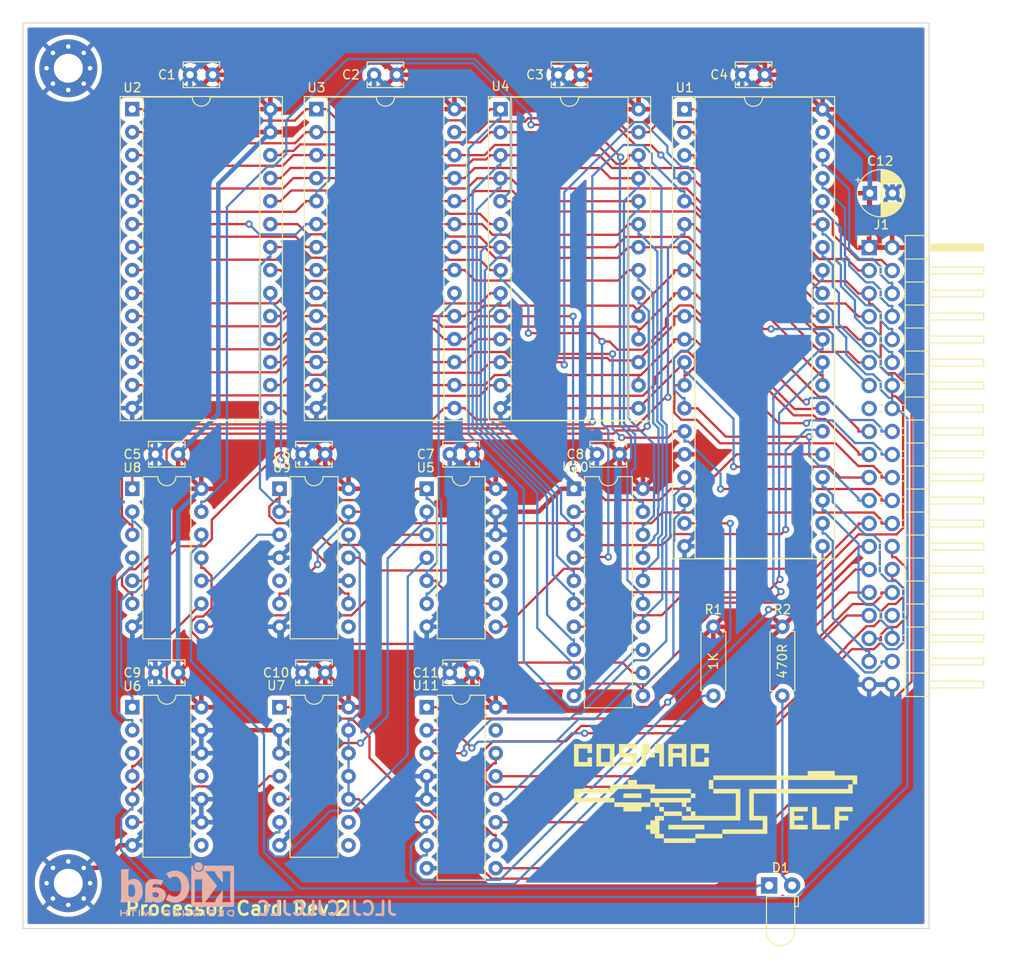
<source format=kicad_pcb>
(kicad_pcb (version 20211014) (generator pcbnew)
  (layers (0 "F.Cu" signal) (31 "B.Cu" signal) (34 "B.Paste" user) (35 "F.Paste" user) (36 "B.SilkS" user "B.Silkscreen") (37 "F.SilkS" user "F.Silkscreen") (38 "B.Mask" user) (39 "F.Mask" user) (44 "Edge.Cuts" user))
  (net 0 "")
  (net 1 "CLOCK")
  (net 2 "GND")
  (net 3 "VCC")
  (net 4 "~{EF4}")
  (net 5 "~{EF3}")
  (net 6 "~{EF2}")
  (net 7 "~{EF1}")
  (net 8 "~{N7}")
  (net 9 "~{IOR}")
  (net 10 "~{IOW}")
  (net 11 "D0")
  (net 12 "D1")
  (net 13 "D2")
  (net 14 "D3")
  (net 15 "D4")
  (net 16 "D5")
  (net 17 "D6")
  (net 18 "D7")
  (net 19 "TPB")
  (net 20 "TPA")
  (net 21 "~{MRD}")
  (net 22 "~{MWR}")
  (net 23 "SC0")
  (net 24 "~{INTERRUPT}")
  (net 25 "SC1")
  (net 26 "~{DMA_OUT}")
  (net 27 "Q")
  (net 28 "~{DMA_IN}")
  (net 29 "~{CLEAR}")
  (net 30 "~{WAIT}")
  (net 31 "~{N1}")
  (net 32 "~{N2}")
  (net 33 "~{N3}")
  (net 34 "~{N4}")
  (net 35 "~{N5}")
  (net 36 "~{N6}")
  (net 37 "/A7")
  (net 38 "/A6")
  (net 39 "/A5")
  (net 40 "/A4")
  (net 41 "/A3")
  (net 42 "/A2")
  (net 43 "/A1")
  (net 44 "/A0")
  (net 45 "/A13")
  (net 46 "/A8")
  (net 47 "/A9")
  (net 48 "/A11")
  (net 49 "/A10")
  (net 50 "/A12")
  (net 51 "/A14")
  (net 52 "Net-(D1-Pad2)")
  (net 53 "/N0")
  (net 54 "/N1")
  (net 55 "/N2")
  (net 58 "/Memory Select/~{ROM CS}")
  (net 59 "HI")
  (net 60 "/Memory Select/~{LO RAM CS}")
  (net 61 "/Memory Select/~{HI RAM CS}")
  (net 62 "A15")
  (net 65 "Net-(U6-Pad2)")
  (net 66 "Net-(D1-Pad1)")
  (net 68 "Net-(U5-Pad2)")
  (net 69 "Net-(U5-Pad4)")
  (net 70 "Net-(U5-Pad9)")
  (net 72 "Net-(U6-Pad1)")
  (net 73 "Net-(U6-Pad6)")
  (net 76 "Net-(U8-Pad10)")
  (net 77 "Net-(U9-Pad1)")
  (footprint "Connector_PinHeader_2.54mm:PinHeader_2x20_P2.54mm_Horizontal" (layer "F.Cu") (at 193.4 74.797)
    (fp_text reference "J1")
    (fp_text value "Conn_02x20_Odd_Even")
  )
  (footprint "Package_DIP:DIP-14_W7.62mm" (layer "F.Cu") (at 128.3117 101.435)
    (fp_text reference "U9")
    (fp_text value "74LS74")
  )
  (footprint "Package_DIP:DIP-14_W7.62mm" (layer "F.Cu") (at 112.065 125.565)
    (fp_text reference "U6")
    (fp_text value "74LS20")
  )
  (footprint "Package_DIP:DIP-14_W7.62mm" (layer "F.Cu") (at 112.065 101.435)
    (fp_text reference "U8")
    (fp_text value "74LS04")
  )
  (footprint "LED_THT:LED_D3.0mm_Horizontal_O1.27mm_Z2.0mm" (layer "F.Cu") (at 182.356 145.25)
    (fp_text reference "D1")
    (fp_text value "LED")
  )
  (footprint "MountingHole:MountingHole_3.2mm_M3_Pad_Via" (layer "F.Cu") (at 105 55)
    (fp_text reference "H1" hide)
    (fp_text value "Mounting Hole" hide)
  )
  (footprint "MountingHole:MountingHole_3.2mm_M3_Pad_Via" (layer "F.Cu") (at 105 145)
    (fp_text reference "H2" hide)
    (fp_text value "Mounting Hole" hide)
  )
  (footprint "Logo:Cosmac Elf Logo" (layer "F.Cu") (at 176.2 135.09)
    (fp_text reference "G***" hide)
    (fp_text value "LOGO" hide)
  )
  (footprint "Capacitor_THT:CP_Radial_D5.0mm_P2.50mm" (layer "F.Cu") (at 193.472 68.796)
    (fp_text reference "C12")
    (fp_text value "10uF")
  )
  (footprint "Capacitor_THT:C_Disc_D3.8mm_W2.6mm_P2.50mm" (layer "F.Cu") (at 117.115 97.625 180)
    (fp_text reference "C5")
    (fp_text value "100nF")
  )
  (footprint "Capacitor_THT:C_Disc_D3.8mm_W2.6mm_P2.50mm" (layer "F.Cu") (at 133.3617 121.755 180)
    (fp_text reference "C10")
    (fp_text value "100nF")
  )
  (footprint "Capacitor_THT:C_Disc_D3.8mm_W2.6mm_P2.50mm" (layer "F.Cu") (at 165.855 97.625 180)
    (fp_text reference "C8")
    (fp_text value "100nF")
  )
  (footprint "Package_DIP:DIP-14_W7.62mm" (layer "F.Cu") (at 144.5583 101.435)
    (fp_text reference "U5")
    (fp_text value "74LS32")
  )
  (footprint "Package_DIP:DIP-40_W15.24mm_Socket" (layer "F.Cu") (at 173.015 59.53)
    (fp_text reference "U1")
    (fp_text value "CDP1802/1806")
  )
  (footprint "Package_DIP:DIP-28_W15.24mm_Socket" (layer "F.Cu") (at 132.38 59.51)
    (fp_text reference "U3")
    (fp_text value "62256")
  )
  (footprint "Capacitor_THT:C_Disc_D3.8mm_W2.6mm_P2.50mm" (layer "F.Cu") (at 120.935 55.715 180)
    (fp_text reference "C1")
    (fp_text value "100nF")
  )
  (footprint "Package_DIP:DIP-20_W7.62mm" (layer "F.Cu") (at 160.805 101.435)
    (fp_text reference "U10")
    (fp_text value "74LS573")
  )
  (footprint "Capacitor_THT:C_Disc_D3.8mm_W2.6mm_P2.50mm" (layer "F.Cu") (at 141.2533 55.715 180)
    (fp_text reference "C2")
    (fp_text value "100nF")
  )
  (footprint "Resistor_THT:R_Axial_DIN0207_L6.3mm_D2.5mm_P7.62mm_Horizontal" (layer "F.Cu") (at 183.82 116.675 -90)
    (fp_text reference "R2")
    (fp_text value "470R")
  )
  (footprint "Package_DIP:DIP-28_W15.24mm_Socket" (layer "F.Cu") (at 112.06 59.51)
    (fp_text reference "U2")
    (fp_text value "28C256 ")
  )
  (footprint "Package_DIP:DIP-14_W7.62mm" (layer "F.Cu") (at 128.3117 125.565)
    (fp_text reference "U7")
    (fp_text value "74LS74")
  )
  (footprint "Capacitor_THT:C_Disc_D3.8mm_W2.6mm_P2.50mm" (layer "F.Cu") (at 133.3617 97.625 180)
    (fp_text reference "C6")
    (fp_text value "100nF")
  )
  (footprint "Resistor_THT:R_Axial_DIN0207_L6.3mm_D2.5mm_P7.62mm_Horizontal" (layer "F.Cu") (at 176.2 116.675 -90)
    (fp_text reference "R1")
    (fp_text value "1K")
  )
  (footprint "Capacitor_THT:C_Disc_D3.8mm_W2.6mm_P2.50mm" (layer "F.Cu") (at 161.5717 55.715 180)
    (fp_text reference "C3")
    (fp_text value "100nF")
  )
  (footprint "Package_DIP:DIP-28_W15.24mm_Socket" (layer "F.Cu") (at 152.705 59.525)
    (fp_text reference "U4")
    (fp_text value "62256")
  )
  (footprint "Package_DIP:DIP-16_W7.62mm" (layer "F.Cu") (at 144.5583 125.565)
    (fp_text reference "U11")
    (fp_text value "74LS138")
  )
  (footprint "Capacitor_THT:C_Disc_D3.8mm_W2.6mm_P2.50mm" (layer "F.Cu") (at 117.115 121.755 180)
    (fp_text reference "C9")
    (fp_text value "100nF")
  )
  (footprint "Capacitor_THT:C_Disc_D3.8mm_W2.6mm_P2.50mm" (layer "F.Cu") (at 181.89 55.715 180)
    (fp_text reference "C4")
    (fp_text value "100nF")
  )
  (footprint "Capacitor_THT:C_Disc_D3.8mm_W2.6mm_P2.50mm" (layer "F.Cu") (at 149.6083 97.625 180)
    (fp_text reference "C7")
    (fp_text value "100nF")
  )
  (footprint "Capacitor_THT:C_Disc_D3.8mm_W2.6mm_P2.50mm" (layer "F.Cu") (at 149.6083 121.755 180)
    (fp_text reference "C11")
    (fp_text value "100nF")
  )
  (footprint "Symbol:KiCad-Logo2_5mm_SilkScreen" (layer "B.Cu") (at 117.018 145.669154 180)
    (fp_text reference "REF**" hide)
    (fp_text value "KiCad-Logo2_5mm_SilkScreen" hide)
  )
  (gr_line (start 100 150) (end 100 50) (layer "Edge.Cuts") (width 0.1))
  (gr_line (start 100 50) (end 200 50) (layer "Edge.Cuts") (width 0.1))
  (gr_line (start 200 150) (end 100 150) (layer "Edge.Cuts") (width 0.1))
  (gr_line (start 200 50) (end 200 150) (layer "Edge.Cuts") (width 0.1))
  (gr_text "JLCJLCJLCJLC" (at 133.528 147.79) (layer "B.SilkS") (effects (font (size 1.5 1.5) (thickness 0.3)) (justify mirror)))
  (gr_text "Processor Card Rev.2" (at 123.622 147.79) (layer "F.SilkS") (effects (font (size 1.5 1.5) (thickness 0.3))))
  (segment (start 195.94 77.337) (end 194.765 76.162) (width 0.25) (layer "F.Cu") (net 1))
  (segment (start 185.4251 70.815) (end 179.93005 65.31995) (width 0.25) (layer "F.Cu") (net 1))
  (segment (start 173.015 59.53) (end 174.1401 59.53) (width 0.25) (layer "F.Cu") (net 1))
  (segment (start 194.765 76.162) (end 192.202 76.162) (width 0.25) (layer "F.Cu") (net 1))
  (segment (start 189.38 73.34) (end 189.38 71.764009) (width 0.25) (layer "F.Cu") (net 1))
  (segment (start 192.202 76.162) (end 189.38 73.34) (width 0.25) (layer "F.Cu") (net 1))
  (segment (start 188.430991 70.815) (end 185.4251 70.815) (width 0.25) (layer "F.Cu") (net 1))
  (segment (start 189.38 71.764009) (end 188.430991 70.815) (width 0.25) (layer "F.Cu") (net 1))
  (segment (start 174.1401 59.53) (end 180.4901 65.88) (width 0.25) (layer "F.Cu") (net 1))
  (segment (start 195.94 123.057) (end 193.4 123.057) (width 0.5) (layer "F.Cu") (net 2))
  (segment (start 107.4 143.3029) (end 107.4 145) (width 0.5) (layer "F.Cu") (net 2))
  (segment (start 106.6971 56.6971) (end 105.9942 57.4) (width 0.5) (layer "F.Cu") (net 2))
  (segment (start 105 57.4) (end 104.0058 57.4) (width 0.5) (layer "F.Cu") (net 2))
  (segment (start 106.6971 146.6971) (end 105.7029 146.6971) (width 0.5) (layer "F.Cu") (net 2))
  (segment (start 105.9942 57.4) (end 105 57.4) (width 0.5) (layer "F.Cu") (net 2))
  (segment (start 156.9149 103.975) (end 152.1783 103.975) (width 0.5) (layer "F.Cu") (net 2))
  (segment (start 103.3029 143.3029) (end 104.2971 143.3029) (width 0.5) (layer "F.Cu") (net 2))
  (segment (start 105 55) (end 102.6 55) (width 0.5) (layer "F.Cu") (net 2))
  (segment (start 108.217 143.3029) (end 107.4 143.3029) (width 0.5) (layer "F.Cu") (net 2))
  (segment (start 128.3117 128.105) (end 119.685 128.105) (width 0.5) (layer "F.Cu") (net 2))
  (segment (start 112.065 140.805) (end 110.7149 140.805) (width 0.5) (layer "F.Cu") (net 2))
  (segment (start 103.3029 146.6971) (end 103.3029 145.7029) (width 0.5) (layer "F.Cu") (net 2))
  (segment (start 107.4 55) (end 107.8971 55.4971) (width 0.5) (layer "F.Cu") (net 2))
  (segment (start 104.2971 143.3029) (end 105 142.6) (width 0.5) (layer "F.Cu") (net 2))
  (segment (start 118.435 55.715) (end 118.2171 55.4971) (width 0.5) (layer "F.Cu") (net 2))
  (segment (start 103.3029 53.3029) (end 104.0058 52.6) (width 0.5) (layer "F.Cu") (net 2))
  (segment (start 107.8971 55.4971) (end 106.6971 56.6971) (width 0.5) (layer "F.Cu") (net 2))
  (segment (start 103.3029 145.7029) (end 102.6 145) (width 0.5) (layer "F.Cu") (net 2))
  (segment (start 104.2971 145.7029) (end 105 145) (width 0.5) (layer "F.Cu") (net 2))
  (segment (start 159.4549 101.435) (end 156.9149 103.975) (width 0.5) (layer "F.Cu") (net 2))
  (segment (start 107.4 143.3029) (end 106.6971 143.3029) (width 0.5) (layer "F.Cu") (net 2))
  (segment (start 105.7029 146.6971) (end 105 147.4) (width 0.5) (layer "F.Cu") (net 2))
  (segment (start 103.3029 145.7029) (end 104.2971 145.7029) (width 0.5) (layer "F.Cu") (net 2))
  (segment (start 104.0058 57.4) (end 103.3029 56.6971) (width 0.5) (layer "F.Cu") (net 2))
  (segment (start 160.805 101.435) (end 159.4549 101.435) (width 0.5) (layer "F.Cu") (net 2))
  (segment (start 110.7149 140.805) (end 108.217 143.3029) (width 0.5) (layer "F.Cu") (net 2))
  (segment (start 104.0058 52.6) (end 105 52.6) (width 0.5) (layer "F.Cu") (net 2))
  (segment (start 104.2971 146.6971) (end 105 147.4) (width 0.5) (layer "F.Cu") (net 2))
  (segment (start 103.3029 146.6971) (end 104.2971 146.6971) (width 0.5) (layer "F.Cu") (net 2))
  (segment (start 128.312 128.105) (end 129.845 128.105) (width 0.5) (layer "B.Cu") (net 2))
  (segment (start 115.895 138.265) (end 114.615 136.985) (width 0.5) (layer "B.Cu") (net 2))
  (segment (start 115.875 128.105) (end 114.615 126.845) (width 0.5) (layer "B.Cu") (net 2))
  (segment (start 129.845 130.645) (end 130.862 129.628) (width 0.5) (layer "B.Cu") (net 2))
  (segment (start 179.39 60.0192) (end 181.2342 58.175) (width 0.5) (layer "B.Cu") (net 2))
  (segment (start 135.932 111.595) (end 135.9317 111.595) (width 0.5) (layer "B.Cu") (net 2))
  (segment (start 128.5495 116.4375) (end 128.312 116.675) (width 0.5) (layer "B.Cu") (net 2))
  (segment (start 138.753 63.567) (end 138.753 86.1567) (width 0.5) (layer "B.Cu") (net 2))
  (segment (start 118.435 55.715) (end 118.435 86.155) (width 0.5) (layer "B.Cu") (net 2))
  (segment (start 130.862 127.088) (end 130.862 129.628) (width 0.5) (layer "B.Cu") (net 2))
  (segment (start 152.705 92.545) (end 152.705 93.8951) (width 0.5) (layer "B.Cu") (net 2))
  (segment (start 152.1783 103.975) (end 152.178 103.975) (width 0.5) (layer "B.Cu") (net 2))
  (segment (start 130.8617 121.755) (end 128.5495 119.4428) (width 0.5) (layer "B.Cu") (net 2))
  (segment (start 144.5582 143.3449) (end 144.5582 143.3448) (width 0.5) (layer "B.Cu") (net 2))
  (segment (start 131.6204 96.8666) (end 131.6201 96.8666) (width 0.5) (layer "B.Cu") (net 2))
  (segment (start 119.685 130.645) (end 115.875 130.645) (width 0.5) (layer "B.Cu") (net 2))
  (segment (start 159.072 55.715) (end 159.072 55.8337) (width 0.5) (layer "B.Cu") (net 2))
  (segment (start 162.575 101.435) (end 163.355 100.655) (width 0.5) (layer "B.Cu") (net 2))
  (segment (start 159.072 55.8337) (end 159.0717 55.8334) (width 0.5) (layer "B.Cu") (net 2))
  (segment (start 135.9317 111.595) (end 131.878 111.595) (width 0.5) (layer "B.Cu") (net 2))
  (segment (start 130.862 106.262) (end 130.862 106.505) (width 0.5) (layer "B.Cu") (net 2))
  (segment (start 147.108 114.125) (end 144.5583 116.6747) (width 0.5) (layer "B.Cu") (net 2))
  (segment (start 130.8617 123.1847) (end 130.8617 121.755) (width 0.5) (layer "B.Cu") (net 2))
  (segment (start 130.862 121.755) (end 130.862 123.185) (width 0.5) (layer "B.Cu") (net 2))
  (segment (start 130.862 123.185) (end 130.8617 123.1847) (width 0.5) (layer "B.Cu") (net 2))
  (segment (start 160.805 101.435) (end 161.2944 101.435) (width 0.5) (layer "B.Cu") (net 2))
  (segment (start 114.615 120.5751) (end 112.065 118.0251) (width 0.5) (layer "B.Cu") (net 2))
  (segment (start 130.862 97.625) (end 131.6201 96.8669) (width 0.5) (layer "B.Cu") (net 2))
  (segment (start 129.107 108.26) (end 130.862 106.505) (width 0.5) (layer "B.Cu") (net 2))
  (segment (start 114.615 97.625) (end 114.615 114.125) (width 0.5) (layer "B.Cu") (net 2))
  (segment (start 130.862 106.505) (end 130.862 110.578) (width 0.5) (layer "B.Cu") (net 2))
  (segment (start 179.39 101.415) (end 179.39 109.9578) (width 0.5) (layer "B.Cu") (net 2))
  (segment (start 144.5583 143.345) (end 144.5582 143.3449) (width 0.5) (layer "B.Cu") (net 2))
  (segment (start 114.615 138.255) (end 112.065 140.805) (width 0.5) (layer "B.Cu") (net 2))
  (segment (start 130.862 114.125) (end 128.5495 116.4375) (width 0.5) (layer "B.Cu") (net 2))
  (segment (start 193.4 123.057) (end 191.9999 123.057) (width 0.5) (layer "B.Cu") (net 2))
  (segment (start 107.4 54.0058) (end 107.4 55) (width 0.5) (layer "B.Cu") (net 2))
  (segment (start 130.862 123.185) (end 130.862 127.088) (width 0.5) (layer "B.Cu") (net 2))
  (segment (start 103.3029 54.2971) (end 103.3029 53.3029) (width 0.5) (layer "B.Cu") (net 2))
  (segment (start 118.435 86.155) (end 112.06 92.53) (width 0.5) (layer "B.Cu") (net 2))
  (segment (start 112.06 92.53) (end 112.06 93.8801) (width 0.5) (layer "B.Cu") (net 2))
  (segment (start 147.108 97.625) (end 147.108 103.222) (width 0.5) (layer "B.Cu") (net 2))
  (segment (start 144.5583 116.6747) (end 144.558 116.675) (width 0.5) (layer "B.Cu") (net 2))
  (segment (start 147.108 120.5748) (end 144.5583 118.0251) (width 0.5) (layer "B.Cu") (net 2))
  (segment (start 147.862 103.975) (end 147.108 103.222) (width 0.5) (layer "B.Cu") (net 2))
  (segment (start 179.39 55.715) (end 179.39 60.0192) (width 0.5) (layer "B.Cu") (net 2))
  (segment (start 159.072 55.9525) (end 159.072 86.1783) (width 0.5) (layer "B.Cu") (net 2))
  (segment (start 144.5583 116.675) (end 144.5583 116.6747) (width 0.5) (layer "B.Cu") (net 2))
  (segment (start 103.3029 56.6971) (end 102.6 55.9942) (width 0.5) (layer "B.Cu") (net 2))
  (segment (start 114.615 126.845) (end 114.615 129.385) (width 0.5) (layer "B.Cu") (net 2))
  (segment (start 102.6 55) (end 103.3029 54.2971) (width 0.5) (layer "B.Cu") (net 2))
  (segment (start 144.5583 116.675) (end 144.5583 118.0251) (width 0.5) (layer "B.Cu") (net 2))
  (segment (start 129.107 108.26) (end 129.1067 108.26) (width 0.5) (layer "B.Cu") (net 2))
  (segment (start 112.065 116.675) (end 112.065 118.0251) (width 0.5) (layer "B.Cu") (net 2))
  (segment (start 128.5495 119.4428) (end 128.5495 116.4375) (width 0.5) (layer "B.Cu") (net 2))
  (segment (start 114.615 97.625) (end 114.615 96.4351) (width 0.5) (layer "B.Cu") (net 2))
  (segment (start 130.862 138.255) (end 128.312 140.805) (width 0.5) (layer "B.Cu") (net 2))
  (segment (start 114.615 121.755) (end 114.615 126.845) (width 0.5) (layer "B.Cu") (net 2))
  (segment (start 144.558 133.185) (end 144.5583 133.185) (width 0.5) (layer "B.Cu") (net 2))
  (segment (start 130.862 106.505) (end 130.862 106.262) (width 0.5) (layer "B.Cu") (net 2))
  (segment (start 128.3117 140.805) (end 128.312 140.805) (width 0.5) (layer "B.Cu") (net 2))
  (segment (start 115.895 135.725) (end 114.615 134.445) (width 0.5) (layer "B.Cu") (net 2))
  (segment (start 106.6971 145.7029) (end 106.6971 146.6971) (width 0.5) (layer "B.Cu") (net 2))
  (segment (start 147.1083 97.625) (end 147.108 97.625) (width 0.5) (layer "B.Cu") (net 2))
  (segment (start 147.108 105.762) (end 147.108 114.125) (width 0.5) (layer "B.Cu") (net 2))
  (segment (start 115.875 130.645) (end 114.615 129.385) (width 0.5) (layer "B.Cu") (net 2))
  (segment (start 159.072 55.9525) (end 160.7334 54.2911) (width 0.5) (layer "B.Cu") (net 2))
  (segment (start 152.178 103.975) (end 147.862 103.975) (width 0.5) (layer "B.Cu") (net 2))
  (segment (start 128.5492 116.4375) (end 128.3117 116.675) (width 0.5) (layer "B.Cu") (net 2))
  (segment (start 191.9999 122.5677) (end 191.9999 123.057) (width 0.5) (layer "B.Cu") (net 2))
  (segment (start 159.072 55.8337) (end 159.072 55.9525) (width 0.5) (layer "B.Cu") (net 2))
  (segment (start 103.3029 144.2971) (end 103.3029 143.3029) (width 0.5) (layer "B.Cu") (net 2))
  (segment (start 107.4 145) (end 106.6971 145.7029) (width 0.5) (layer "B.Cu") (net 2))
  (segment (start 179.39 101.415) (end 173.015 107.79) (width 0.5) (layer "B.Cu") (net 2))
  (segment (start 129.845 128.105) (end 130.862 127.088) (width 0.5) (layer "B.Cu") (net 2))
  (segment (start 179.39 60.0192) (end 179.39 101.415) (width 0.5) (layer "B.Cu") (net 2))
  (segment (start 147.108 121.755) (end 147.108 120.5748) (width 0.5) (layer "B.Cu") (net 2))
  (segment (start 159.0717 55.8334) (end 159.0717 55.715) (width 0.5) (layer "B.Cu") (net 2))
  (segment (start 132.38 92.53) (end 132.38 93.8801) (width 0.5) (layer "B.Cu") (net 2))
  (segment (start 181.2342 58.175) (end 188.8283 58.175) (width 0.5) (layer "B.Cu") (net 2))
  (segment (start 159.072 86.1783) (end 152.705 92.545) (width 0.5) (layer "B.Cu") (net 2))
  (segment (start 114.615 96.4351) (end 112.06 93.8801) (width 0.5) (layer "B.Cu") (net 2))
  (segment (start 131.878 111.595) (end 130.862 110.578) (width 0.5) (layer "B.Cu") (net 2))
  (segment (start 138.7533 63.5667) (end 138.7533 55.715) (width 0.5) (layer "B.Cu") (net 2))
  (segment (start 147.108 103.222) (end 147.108 105.762) (width 0.5) (layer "B.Cu") (net 2))
  (segment (start 138.753 63.567) (end 138.7533 63.5667) (width 0.5) (layer "B.Cu") (net 2))
  (segment (start 163.355 97.625) (end 163.355 100.655) (width 0.5) (layer "B.Cu") (net 2))
  (segment (start 144.558 135.725) (end 144.5583 135.725) (width 0.5) (layer "B.Cu") (net 2))
  (segment (start 147.1083 121.755) (end 147.108 121.755) (width 0.5) (layer "B.Cu") (net 2))
  (segment (start 153.7545 93.8951) (end 152.705 93.8951) (width 0.5) (layer "B.Cu") (net 2))
  (segment (start 160.7334 54.2911) (end 177.9661 54.2911) (width 0.5) (layer "B.Cu") (net 2))
  (segment (start 119.685 128.105) (end 115.875 128.105) (width 0.5) (layer "B.Cu") (net 2))
  (segment (start 114.615 121.755) (end 114.615 120.5751) (width 0.5) (layer "B.Cu") (net 2))
  (segment (start 128.312 130.645) (end 128.3117 130.645) (width 0.5) (layer "B.Cu") (net 2))
  (segment (start 195.972 65.3187) (end 195.972 68.796) (width 0.5) (layer "B.Cu") (net 2))
  (segment (start 106.6971 53.3029) (end 107.4 54.0058) (width 0.5) (layer "B.Cu") (net 2))
  (segment (start 114.615 136.985) (end 114.615 138.255) (width 0.5) (layer "B.Cu") (net 2))
  (segment (start 163.355 100.655) (end 163.355 121.745) (width 0.5) (layer "B.Cu") (net 2))
  (segment (start 119.685 138.265) (end 115.895 138.265) (width 0.5) (layer "B.Cu") (net 2))
  (segment (start 138.753 55.715) (end 138.753 63.567) (width 0.5) (layer "B.Cu") (net 2))
  (segment (start 177.9661 54.2911) (end 179.39 55.715) (width 0.5) (layer "B.Cu") (net 2))
  (segment (start 161.2944 101.435) (end 162.575 101.435) (width 0.5) (layer "B.Cu") (net 2))
  (segment (start 130.862 110.578) (end 130.862 114.125) (width 0.5) (layer "B.Cu") (net 2))
  (segment (start 152.178 106.515) (end 147.862 106.515) (width 0.5) (layer "B.Cu") (net 2))
  (segment (start 147.862 106.515) (end 147.108 105.762) (width 0.5) (layer "B.Cu") (net 2))
  (segment (start 130.862 129.628) (end 130.862 138.255) (width 0.5) (layer "B.Cu") (net 2))
  (segment (start 188.8283 58.175) (end 195.972 65.3187) (width 0.5) (layer "B.Cu") (net 2))
  (segment (start 138.753 86.1567) (end 132.38 92.53) (width 0.5) (layer "B.Cu") (net 2))
  (segment (start 128.312 128.105) (end 128.3117 128.105) (width 0.5) (layer "B.Cu") (net 2))
  (segment (start 102.6 55.9942) (end 102.6 55) (width 0.5) (layer "B.Cu") (net 2))
  (segment (start 132.38 96.107) (end 131.6204 96.8666) (width 0.5) (layer "B.Cu") (net 2))
  (segment (start 119.685 135.725) (end 115.895 135.725) (width 0.5) (layer "B.Cu") (net 2))
  (segment (start 144.5582 143.3448) (end 144.558 143.345) (width 0.5) (layer "B.Cu") (net 2))
  (segment (start 161.2944 101.435) (end 153.7545 93.8951) (width 0.5) (layer "B.Cu") (net 2))
  (segment (start 128.312 109.055) (end 129.107 108.26) (width 0.5) (layer "B.Cu") (net 2))
  (segment (start 114.615 129.385) (end 114.615 134.445) (width 0.5) (layer "B.Cu") (net 2))
  (segment (start 128.312 130.645) (end 129.845 130.645) (width 0.5) (layer "B.Cu") (net 2))
  (segment (start 163.355 121.745) (end 160.805 124.295) (width 0.5) (layer "B.Cu") (net 2))
  (segment (start 102.6 145) (end 103.3029 144.2971) (width 0.5) (layer "B.Cu") (net 2))
  (segment (start 114.615 114.125) (end 112.065 116.675) (width 0.5) (layer "B.Cu") (net 2))
  (segment (start 179.39 109.9578) (end 191.9999 122.5677) (width 0.5) (layer "B.Cu") (net 2))
  (segment (start 132.38 93.8801) (end 132.38 96.107) (width 0.5) (layer "B.Cu") (net 2))
  (segment (start 114.615 134.445) (end 114.615 136.985) (width 0.5) (layer "B.Cu") (net 2))
  (segment (start 131.6201 96.8669) (end 131.6201 96.8666) (width 0.5) (layer "B.Cu") (net 2))
  (segment (start 128.5495 116.4375) (end 128.5492 116.4375) (width 0.5) (layer "B.Cu") (net 2))
  (segment (start 130.862 97.625) (end 130.862 106.262) (width 0.5) (layer "B.Cu") (net 2))
  (segment (start 129.1067 108.26) (end 128.3117 109.055) (width 0.5) (layer "B.Cu") (net 2))
  (segment (start 131.6201 96.8666) (end 130.8617 97.625) (width 0.5) (layer "B.Cu") (net 2))
  (segment (start 152.1783 103.975) (end 152.1783 106.515) (width 0.5) (layer "B.Cu") (net 2))
  (segment (start 153.6279 125.6645) (end 153.5284 125.565) (width 0.5) (layer "F.Cu") (net 3))
  (segment (start 135.9317 125.5647) (end 135.9317 125.565) (width 0.5) (layer "F.Cu") (net 3))
  (segment (start 176.2 116.675) (end 183.82 116.675) (width 0.5) (layer "F.Cu") (net 3))
  (segment (start 193.4 72.4306) (end 193.4 68.36) (width 0.5) (layer "F.Cu") (net 3))
  (segment (start 133.362 121.755) (end 133.362 122.995) (width 0.5) (layer "F.Cu") (net 3))
  (segment (start 193.4 68.36) (end 193.472 68.432) (width 0.5) (layer "F.Cu") (net 3))
  (segment (start 123.505 55.715) (end 127.3 59.51) (width 0.5) (layer "F.Cu") (net 3))
  (segment (start 118.465 96.275) (end 117.115 97.625) (width 0.5) (layer "F.Cu") (net 3))
  (segment (start 141.253 55.715) (end 142.603 54.365) (width 0.5) (layer "F.Cu") (net 3))
  (segment (start 165.855 97.625) (end 164.505 96.275) (width 0.5) (layer "F.Cu") (net 3))
  (segment (start 176.2 118.493) (end 169.0285 125.6645) (width 0.5) (layer "F.Cu") (net 3))
  (segment (start 141.253 55.715) (end 141.2533 55.715) (width 0.5) (layer "F.Cu") (net 3))
  (segment (start 161.572 55.715) (end 161.5717 55.715) (width 0.5) (layer "F.Cu") (net 3))
  (segment (start 149.608 98.865) (end 152.178 101.435) (width 0.5) (layer "F.Cu") (net 3))
  (segment (start 135.9317 101.4347) (end 135.9317 101.435) (width 0.5) (layer "F.Cu") (net 3))
  (segment (start 133.3617 121.7547) (end 133.3617 121.755) (width 0.5) (layer "F.Cu") (net 3))
  (segment (start 161.572 55.715) (end 162.922 54.365) (width 0.5) (layer "F.Cu") (net 3))
  (segment (start 164.135 55.715) (end 167.945 59.525) (width 0.5) (layer "F.Cu") (net 3))
  (segment (start 133.362 97.625) (end 132.012 96.275) (width 0.5) (layer "F.Cu") (net 3))
  (segment (start 118.465 120.405) (end 117.115 121.755) (width 0.5) (layer "F.Cu") (net 3))
  (segment (start 122.285 54.365) (end 139.903 54.365) (width 0.5) (layer "F.Cu") (net 3))
  (segment (start 139.903 54.365) (end 141.253 55.715) (width 0.5) (layer "F.Cu") (net 3))
  (segment (start 117.115 122.995) (end 119.685 125.565) (width 0.5) (layer "F.Cu") (net 3))
  (segment (start 133.362 97.625) (end 133.362 98.245) (width 0.5) (layer "F.Cu") (net 3))
  (segment (start 193.472 68.432) (end 193.472 68.796) (width 0.5) (layer "F.Cu") (net 3))
  (segment (start 149.6083 121.755) (end 149.608 121.755) (width 0.5) (layer "F.Cu") (net 3))
  (segment (start 184.44 55.715) (end 188.255 59.53) (width 0.5) (layer "F.Cu") (net 3))
  (segment (start 132.012 120.405) (end 118.465 120.405) (width 0.5) (layer "F.Cu") (net 3))
  (segment (start 152.1783 101.435) (end 152.178 101.435) (width 0.5) (layer "F.Cu") (net 3))
  (segment (start 133.362 98.865) (end 135.9317 101.4347) (width 0.5) (layer "F.Cu") (net 3))
  (segment (start 133.362 121.755) (end 133.3617 121.7547) (width 0.5) (layer "F.Cu") (net 3))
  (segment (start 149.608 97.625) (end 148.258 96.275) (width 0.5) (layer "F.Cu") (net 3))
  (segment (start 135.9317 101.4347) (end 135.932 101.435) (width 0.5) (layer "F.Cu") (net 3))
  (segment (start 181.835 54.365) (end 181.89 54.42) (width 0.5) (layer "F.Cu") (net 3))
  (segment (start 133.3617 121.7547) (end 132.012 120.405) (width 0.5) (layer "F.Cu") (net 3))
  (segment (start 181.89 54.42) (end 181.89 55.715) (width 0.5) (layer "F.Cu") (net 3))
  (segment (start 193.4 72.4306) (end 194.5399 73.5705) (width 0.5) (layer "F.Cu") (net 3))
  (segment (start 134.712 120.405) (end 148.258 120.405) (width 0.5) (layer "F.Cu") (net 3))
  (segment (start 133.362 121.755) (end 134.712 120.405) (width 0.5) (layer "F.Cu") (net 3))
  (segment (start 149.608 97.625) (end 149.608 98.865) (width 0.5) (layer "F.Cu") (net 3))
  (segment (start 181.89 55.715) (end 184.44 55.715) (width 0.5) (layer "F.Cu") (net 3))
  (segment (start 135.9317 125.5647) (end 135.932 125.565) (width 0.5) (layer "F.Cu") (net 3))
  (segment (start 148.258 120.405) (end 149.608 121.755) (width 0.5) (layer "F.Cu") (net 3))
  (segment (start 149.6083 97.6247) (end 149.6083 97.625) (width 0.5) (layer "F.Cu") (net 3))
  (segment (start 133.362 98.245) (end 133.3617 98.2447) (width 0.5) (layer "F.Cu") (net 3))
  (segment (start 149.608 121.755) (end 149.608 122.995) (width 0.5) (layer "F.Cu") (net 3))
  (segment (start 152.1783 125.565) (end 152.178 125.565) (width 0.5) (layer "F.Cu") (net 3))
  (segment (start 120.935 55.715) (end 123.505 55.715) (width 0.5) (layer "F.Cu") (net 3))
  (segment (start 143.825 55.715) (end 147.62 59.51) (width 0.5) (layer "F.Cu") (net 3))
  (segment (start 142.603 54.365) (end 160.222 54.365) (width 0.5) (layer "F.Cu") (net 3))
  (segment (start 164.505 96.275) (end 150.958 96.275) (width 0.5) (layer "F.Cu") (net 3))
  (segment (start 172.23 97.63) (end 173.015 97.63) (width 0.5) (layer "F.Cu") (net 3))
  (segment (start 168.425 101.435) (end 172.23 97.63) (width 0.5) (layer "F.Cu") (net 3))
  (segment (start 176.2 116.675) (end 176.2 118.493) (width 0.5) (layer "F.Cu") (net 3))
  (segment (start 148.258 96.275) (end 134.712 96.275) (width 0.5) (layer "F.Cu") (net 3))
  (segment (start 120.935 55.715) (end 122.285 54.365) (width 0.5) (layer "F.Cu") (net 3))
  (segment (start 152.1783 125.565) (end 153.5284 125.565) (width 0.5) (layer "F.Cu") (net 3))
  (segment (start 193.4 74.797) (end 193.4 72.4306) (width 0.5) (layer "F.Cu") (net 3))
  (segment (start 162.922 54.365) (end 181.835 54.365) (width 0.5) (layer "F.Cu") (net 3))
  (segment (start 134.712 96.275) (end 133.362 97.625) (width 0.5) (layer "F.Cu") (net 3))
  (segment (start 165.855 98.865) (end 168.425 101.435) (width 0.5) (layer "F.Cu") (net 3))
  (segment (start 133.3617 98.2447) (end 133.3617 97.625) (width 0.5) (layer "F.Cu") (net 3))
  (segment (start 149.608 122.995) (end 152.178 125.565) (width 0.5) (layer "F.Cu") (net 3))
  (segment (start 132.012 96.275) (end 118.465 96.275) (width 0.5) (layer "F.Cu") (net 3))
  (segment (start 133.362 122.995) (end 135.9317 125.5647) (width 0.5) (layer "F.Cu") (net 3))
  (segment (start 133.362 98.245) (end 133.362 98.865) (width 0.5) (layer "F.Cu") (net 3))
  (segment (start 161.572 55.715) (end 164.135 55.715) (width 0.5) (layer "F.Cu") (net 3))
  (segment (start 117.115 98.865) (end 119.685 101.435) (width 0.5) (layer "F.Cu") (net 3))
  (segment (start 194.5399 73.5705) (end 194.5399 74.797) (width 0.5) (layer "F.Cu") (net 3))
  (segment (start 195.94 74.797) (end 194.5399 74.797) (width 0.5) (layer "F.Cu") (net 3))
  (segment (start 149.6083 97.6247) (end 149.608 97.625) (width 0.5) (layer "F.Cu") (net 3))
  (segment (start 117.115 121.755) (end 117.115 122.995) (width 0.5) (layer "F.Cu") (net 3))
  (segment (start 150.958 96.275) (end 149.6083 97.6247) (width 0.5) (layer "F.Cu") (net 3))
  (segment (start 160.222 54.365) (end 161.572 55.715) (width 0.5) (layer "F.Cu") (net 3))
  (segment (start 117.115 97.625) (end 117.115 98.865) (width 0.5) (layer "F.Cu") (net 3))
  (segment (start 165.855 97.625) (end 165.855 98.865) (width 0.5) (layer "F.Cu") (net 3))
  (segment (start 169.0285 125.6645) (end 153.6279 125.6645) (width 0.5) (layer "F.Cu") (net 3))
  (segment (start 141.2533 55.715) (end 143.825 55.715) (width 0.5) (layer "F.Cu") (net 3))
  (segment (start 121.5592 67.7908) (end 121.5592 93.1808) (width 0.5) (layer "B.Cu") (net 3))
  (segment (start 117.115 121.755) (end 117.115 104.005) (width 0.5) (layer "B.Cu") (net 3))
  (segment (start 121.5592 93.1808) (end 117.115 97.625) (width 0.5) (layer "B.Cu") (net 3))
  (segment (start 117.115 104.005) (end 119.685 101.435) (width 0.5) (layer "B.Cu") (net 3))
  (segment (start 193.472 64.747) (end 193.472 68.796) (width 0.5) (layer "B.Cu") (net 3))
  (segment (start 127.3 62.05) (end 121.5592 67.7908) (width 0.5) (layer "B.Cu") (net 3))
  (segment (start 127.3 59.51) (end 127.3 62.05) (width 0.5) (layer "B.Cu") (net 3))
  (segment (start 188.255 59.53) (end 193.472 64.747) (width 0.5) (layer "B.Cu") (net 3))
  (segment (start 195.94 120.517) (end 194.7649 120.517) (width 0.25) (layer "B.Cu") (net 4))
  (segment (start 193.9308 121.7163) (end 192.9216 121.7163) (width 0.25) (layer "B.Cu") (net 4))
  (segment (start 192.9216 121.7163) (end 188.255 117.0497) (width 0.25) (layer "B.Cu") (net 4))
  (segment (start 194.7649 120.8822) (end 193.9308 121.7163) (width 0.25) (layer "B.Cu") (net 4))
  (segment (start 194.7649 120.517) (end 194.7649 120.8822) (width 0.25) (layer "B.Cu") (net 4))
  (segment (start 188.255 107.79) (end 188.255 108.9151) (width 0.25) (layer "B.Cu") (net 4))
  (segment (start 188.255 117.0497) (end 188.255 108.9151) (width 0.25) (layer "B.Cu") (net 4))
  (segment (start 189.3801 107.2188) (end 189.3801 115.6873) (width 0.25) (layer "B.Cu") (net 5))
  (segment (start 189.3801 115.6873) (end 193.0347 119.3419) (width 0.25) (layer "B.Cu") (net 5))
  (segment (start 188.5364 106.3751) (end 189.3801 107.2188) (width 0.25) (layer "B.Cu") (net 5))
  (segment (start 188.255 105.25) (end 188.255 106.3751) (width 0.25) (layer "B.Cu") (net 5))
  (segment (start 188.255 106.3751) (end 188.5364 106.3751) (width 0.25) (layer "B.Cu") (net 5))
  (segment (start 193.4 120.517) (end 193.4 119.3419) (width 0.25) (layer "B.Cu") (net 5))
  (segment (start 193.0347 119.3419) (end 193.4 119.3419) (width 0.25) (layer "B.Cu") (net 5))
  (segment (start 188.255 102.71) (end 188.255 103.8351) (width 0.25) (layer "B.Cu") (net 6))
  (segment (start 192.2249 113.3861) (end 193.1006 114.2618) (width 0.25) (layer "B.Cu") (net 6))
  (segment (start 195.94 117.977) (end 195.94 116.8019) (width 0.25) (layer "B.Cu") (net 6))
  (segment (start 192.2249 107.5237) (end 192.2249 113.3861) (width 0.25) (layer "B.Cu") (net 6))
  (segment (start 193.1006 114.2618) (end 193.9257 114.2618) (width 0.25) (layer "B.Cu") (net 6))
  (segment (start 195.5747 116.8019) (end 195.94 116.8019) (width 0.25) (layer "B.Cu") (net 6))
  (segment (start 188.5363 103.8351) (end 192.2249 107.5237) (width 0.25) (layer "B.Cu") (net 6))
  (segment (start 194.67 115.8972) (end 195.5747 116.8019) (width 0.25) (layer "B.Cu") (net 6))
  (segment (start 188.255 103.8351) (end 188.5363 103.8351) (width 0.25) (layer "B.Cu") (net 6))
  (segment (start 193.9257 114.2618) (end 194.67 115.0061) (width 0.25) (layer "B.Cu") (net 6))
  (segment (start 194.67 115.0061) (end 194.67 115.8972) (width 0.25) (layer "B.Cu") (net 6))
  (segment (start 193.0059 106.547) (end 193.8887 106.547) (width 0.25) (layer "B.Cu") (net 7))
  (segment (start 195.5183 111.6405) (end 196.3756 111.6405) (width 0.25) (layer "B.Cu") (net 7))
  (segment (start 194.5752 107.2335) (end 194.5752 110.6974) (width 0.25) (layer "B.Cu") (net 7))
  (segment (start 189.3801 102.1388) (end 189.3801 102.9212) (width 0.25) (layer "B.Cu") (net 7))
  (segment (start 196.4353 119.1582) (end 195.391 119.1582) (width 0.25) (layer "B.Cu") (net 7))
  (segment (start 189.3801 102.9212) (end 193.0059 106.547) (width 0.25) (layer "B.Cu") (net 7))
  (segment (start 197.1682 112.4331) (end 197.1682 118.4253) (width 0.25) (layer "B.Cu") (net 7))
  (segment (start 197.1682 118.4253) (end 196.4353 119.1582) (width 0.25) (layer "B.Cu") (net 7))
  (segment (start 196.3756 111.6405) (end 197.1682 112.4331) (width 0.25) (layer "B.Cu") (net 7))
  (segment (start 195.391 119.1582) (end 194.5751 118.3423) (width 0.25) (layer "B.Cu") (net 7))
  (segment (start 188.5364 101.2951) (end 189.3801 102.1388) (width 0.25) (layer "B.Cu") (net 7))
  (segment (start 194.5751 118.3423) (end 194.5751 117.977) (width 0.25) (layer "B.Cu") (net 7))
  (segment (start 194.5752 110.6974) (end 195.5183 111.6405) (width 0.25) (layer "B.Cu") (net 7))
  (segment (start 193.8887 106.547) (end 194.5752 107.2335) (width 0.25) (layer "B.Cu") (net 7))
  (segment (start 188.255 101.2951) (end 188.5364 101.2951) (width 0.25) (layer "B.Cu") (net 7))
  (segment (start 193.4 117.977) (end 194.5751 117.977) (width 0.25) (layer "B.Cu") (net 7))
  (segment (start 188.255 100.17) (end 188.255 101.2951) (width 0.25) (layer "B.Cu") (net 7))
  (segment (start 185.2664 114.7755) (end 192.2249 107.817) (width 0.25) (layer "F.Cu") (net 8))
  (segment (start 182.2851 114.7755) (end 185.2664 114.7755) (width 0.25) (layer "F.Cu") (net 8))
  (segment (start 193.4 107.817) (end 192.2249 107.817) (width 0.25) (layer "F.Cu") (net 8))
  (via (at 182.2851 114.7755) (size 0.8) (drill 0.4) (layers "F.Cu" "B.Cu") (net 8))
  (segment (start 182.2851 114.9965) (end 182.2851 114.7755) (width 0.25) (layer "B.Cu") (net 8))
  (segment (start 144.0985 144.6192) (end 152.6624 144.6192) (width 0.25) (layer "B.Cu") (net 8))
  (segment (start 144.5583 140.805) (end 144.5583 141.9301) (width 0.25) (layer "B.Cu") (net 8))
  (segment (start 143.3198 143.8405) (end 144.0985 144.6192) (width 0.25) (layer "B.Cu") (net 8))
  (segment (start 144.5583 141.9301) (end 144.1364 141.9301) (width 0.25) (layer "B.Cu") (net 8))
  (segment (start 152.6624 144.6192) (end 182.2851 114.9965) (width 0.25) (layer "B.Cu") (net 8))
  (segment (start 143.3198 142.7467) (end 143.3198 143.8405) (width 0.25) (layer "B.Cu") (net 8))
  (segment (start 144.1364 141.9301) (end 143.3198 142.7467) (width 0.25) (layer "B.Cu") (net 8))
  (segment (start 129.3181 113.0099) (end 128.3117 113.0099) (width 0.25) (layer "F.Cu") (net 9))
  (segment (start 128.3117 114.135) (end 128.3117 113.0099) (width 0.25) (layer "F.Cu") (net 9))
  (segment (start 135.9317 103.975) (end 139.8707 103.975) (width 0.25) (layer "F.Cu") (net 9))
  (segment (start 170.5357 104.0642) (end 193.9173 104.0642) (width 0.25) (layer "F.Cu") (net 9))
  (segment (start 169.355 105.2449) (end 170.5357 104.0642) (width 0.25) (layer "F.Cu") (net 9))
  (segment (start 141.1406 105.2449) (end 169.355 105.2449) (width 0.25) (layer "F.Cu") (net 9))
  (segment (start 194.7649 104.9118) (end 194.7649 105.277) (width 0.25) (layer "F.Cu") (net 9))
  (segment (start 139.8707 103.975) (end 141.1406 105.2449) (width 0.25) (layer "F.Cu") (net 9))
  (segment (start 132.5184 109.8096) (end 129.3181 113.0099) (width 0.25) (layer "F.Cu") (net 9))
  (segment (start 193.9173 104.0642) (end 194.7649 104.9118) (width 0.25) (layer "F.Cu") (net 9))
  (segment (start 195.94 105.277) (end 194.7649 105.277) (width 0.25) (layer "F.Cu") (net 9))
  (via (at 132.5184 109.8096) (size 0.8) (drill 0.4) (layers "F.Cu" "B.Cu") (net 9))
  (segment (start 135.9317 103.975) (end 135.9317 105.1001) (width 0.25) (layer "B.Cu") (net 9))
  (segment (start 132.5184 108.2321) (end 132.5184 109.8096) (width 0.25) (layer "B.Cu") (net 9))
  (segment (start 135.9317 105.1001) (end 135.6504 105.1001) (width 0.25) (layer "B.Cu") (net 9))
  (segment (start 135.6504 105.1001) (end 132.5184 108.2321) (width 0.25) (layer "B.Cu") (net 9))
  (segment (start 159.7036 110.2748) (end 187.3927 110.2748) (width 0.25) (layer "F.Cu") (net 10))
  (segment (start 153.3034 116.675) (end 159.7036 110.2748) (width 0.25) (layer "F.Cu") (net 10))
  (segment (start 187.3927 110.2748) (end 192.2249 105.4426) (width 0.25) (layer "F.Cu") (net 10))
  (segment (start 152.1783 116.675) (end 153.3034 116.675) (width 0.25) (layer "F.Cu") (net 10))
  (segment (start 193.4 105.277) (end 192.2249 105.277) (width 0.25) (layer "F.Cu") (net 10))
  (segment (start 192.2249 105.4426) (end 192.2249 105.277) (width 0.25) (layer "F.Cu") (net 10))
  (segment (start 127.9813 86.0352) (end 129.1065 84.91) (width 0.25) (layer "F.Cu") (net 11))
  (segment (start 144.1027 85.3762) (end 133.9713 85.3762) (width 0.25) (layer "F.Cu") (net 11))
  (segment (start 195.94 102.737) (end 194.7649 102.737) (width 0.25) (layer "F.Cu") (net 11))
  (segment (start 152.4136 84.925) (end 152.705 84.925) (width 0.25) (layer "F.Cu") (net 11))
  (segment (start 194.7649 102.3718) (end 193.8601 101.467) (width 0.25) (layer "F.Cu") (net 11))
  (segment (start 153.8301 84.925) (end 155.4475 86.5424) (width 0.25) (layer "F.Cu") (net 11))
  (segment (start 149.0271 86.038) (end 144.7645 86.038) (width 0.25) (layer "F.Cu") (net 11))
  (segment (start 193.8601 101.467) (end 177.0006 101.467) (width 0.25) (layer "F.Cu") (net 11))
  (segment (start 173.015 95.09) (end 171.8899 95.09) (width 0.25) (layer "F.Cu") (net 11))
  (segment (start 171.1854 95.7945) (end 171.8899 95.09) (width 0.25) (layer "F.Cu") (net 11))
  (segment (start 152.705 84.925) (end 153.8301 84.925) (width 0.25) (layer "F.Cu") (net 11))
  (segment (start 155.4475 86.5424) (end 165.0731 86.5424) (width 0.25) (layer "F.Cu") (net 11))
  (segment (start 144.7645 86.038) (end 144.1027 85.3762) (width 0.25) (layer "F.Cu") (net 11))
  (segment (start 113.1851 84.91) (end 114.3103 86.0352) (width 0.25) (layer "F.Cu") (net 11))
  (segment (start 150.1401 84.925) (end 149.0271 86.038) (width 0.25) (layer "F.Cu") (net 11))
  (segment (start 151.5799 84.925) (end 150.1401 84.925) (width 0.25) (layer "F.Cu") (net 11))
  (segment (start 152.4136 84.925) (end 151.5799 84.925) (width 0.25) (layer "F.Cu") (net 11))
  (segment (start 133.9713 85.3762) (end 133.5051 84.91) (width 0.25) (layer "F.Cu") (net 11))
  (segment (start 194.7649 102.737) (end 194.7649 102.3718) (width 0.25) (layer "F.Cu") (net 11))
  (segment (start 112.06 84.91) (end 113.1851 84.91) (width 0.25) (layer "F.Cu") (net 11))
  (segment (start 129.1065 84.91) (end 132.38 84.91) (width 0.25) (layer "F.Cu") (net 11))
  (segment (start 132.38 84.91) (end 133.5051 84.91) (width 0.25) (layer "F.Cu") (net 11))
  (segment (start 166.084 95.7945) (end 171.1854 95.7945) (width 0.25) (layer "F.Cu") (net 11))
  (segment (start 114.3103 86.0352) (end 127.9813 86.0352) (width 0.25) (layer "F.Cu") (net 11))
  (via (at 165.0731 86.5424) (size 0.8) (drill 0.4) (layers "F.Cu" "B.Cu") (net 11))
  (via (at 166.084 95.7945) (size 0.8) (drill 0.4) (layers "F.Cu" "B.Cu") (net 11))
  (via (at 177.0006 101.467) (size 0.8) (drill 0.4) (layers "F.Cu" "B.Cu") (net 11))
  (segment (start 165.0731 86.5424) (end 165.0731 94.7836) (width 0.25) (layer "B.Cu") (net 11))
  (segment (start 173.4369 96.2151) (end 177.0006 99.7788) (width 0.25) (layer "B.Cu") (net 11))
  (segment (start 177.0006 99.7788) (end 177.0006 101.467) (width 0.25) (layer "B.Cu") (net 11))
  (segment (start 173.015 96.2151) (end 173.4369 96.2151) (width 0.25) (layer "B.Cu") (net 11))
  (segment (start 165.0731 94.7836) (end 166.084 95.7945) (width 0.25) (layer "B.Cu") (net 11))
  (segment (start 173.015 95.09) (end 173.015 96.2151) (width 0.25) (layer "B.Cu") (net 11))
  (segment (start 152.705 87.465) (end 159.4559 87.465) (width 0.25) (layer "F.Cu") (net 12))
  (segment (start 174.4456 92.55) (end 177.5831 95.6875) (width 0.25) (layer "F.Cu") (net 12))
  (segment (start 112.06 87.45) (end 113.1851 87.45) (width 0.25) (layer "F.Cu") (net 12))
  (segment (start 173.015 92.55) (end 174.4456 92.55) (width 0.25) (layer "F.Cu") (net 12))
  (segment (start 113.1851 87.45) (end 114.3103 88.5752) (width 0.25) (layer "F.Cu") (net 12))
  (segment (start 127.9813 88.5752) (end 129.1065 87.45) (width 0.25) (layer "F.Cu") (net 12))
  (segment (start 133.5051 87.45) (end 143.6365 87.45) (width 0.25) (layer "F.Cu") (net 12))
  (segment (start 177.5831 95.6875) (end 186.7835 95.6875) (width 0.25) (layer "F.Cu") (net 12))
  (segment (start 114.3103 88.5752) (end 127.9813 88.5752) (width 0.25) (layer "F.Cu") (net 12))
  (segment (start 152.1425 87.465) (end 152.705 87.465) (width 0.25) (layer "F.Cu") (net 12))
  (segment (start 129.1065 87.45) (end 132.38 87.45) (width 0.25) (layer "F.Cu") (net 12))
  (segment (start 150.4168 88.6281) (end 151.5799 87.465) (width 0.25) (layer "F.Cu") (net 12))
  (segment (start 143.6365 87.45) (end 144.8146 88.6281) (width 0.25) (layer "F.Cu") (net 12))
  (segment (start 159.4559 87.465) (end 159.7472 87.7563) (width 0.25) (layer "F.Cu") (net 12))
  (segment (start 132.38 87.45) (end 133.5051 87.45) (width 0.25) (layer "F.Cu") (net 12))
  (segment (start 144.8146 88.6281) (end 150.4168 88.6281) (width 0.25) (layer "F.Cu") (net 12))
  (segment (start 152.1425 87.465) (end 151.5799 87.465) (width 0.25) (layer "F.Cu") (net 12))
  (via (at 186.7835 95.6875) (size 0.8) (drill 0.4) (layers "F.Cu" "B.Cu") (net 12))
  (via (at 159.7472 87.7563) (size 0.8) (drill 0.4) (layers "F.Cu" "B.Cu") (net 12))
  (segment (start 167.4839 60.9339) (end 159.7472 68.6706) (width 0.25) (layer "B.Cu") (net 12))
  (segment (start 172.6875 65.88) (end 171.1299 64.3224) (width 0.25) (layer "B.Cu") (net 12))
  (segment (start 173.3604 86.2) (end 174.1556 85.4048) (width 0.25) (layer "B.Cu") (net 12))
  (segment (start 187.8783 98.9) (end 186.7835 97.8052) (width 0.25) (layer "B.Cu") (net 12))
  (segment (start 193.4 102.737) (end 192.2249 102.737) (width 0.25) (layer "B.Cu") (net 12))
  (segment (start 171.8536 86.9714) (end 172.625 86.2) (width 0.25) (layer "B.Cu") (net 12))
  (segment (start 171.1299 63.6097) (end 168.4541 60.9339) (width 0.25) (layer "B.Cu") (net 12))
  (segment (start 173.015 92.55) (end 173.015 91.4249) (width 0.25) (layer "B.Cu") (net 12))
  (segment (start 192.2249 102.737) (end 192.2249 102.4986) (width 0.25) (layer "B.Cu") (net 12))
  (segment (start 172.625 86.2) (end 173.3604 86.2) (width 0.25) (layer "B.Cu") (net 12))
  (segment (start 188.6263 98.9) (end 187.8783 98.9) (width 0.25) (layer "B.Cu") (net 12))
  (segment (start 171.8536 90.4967) (end 171.8536 86.9714) (width 0.25) (layer "B.Cu") (net 12))
  (segment (start 171.1299 64.3224) (end 171.1299 63.6097) (width 0.25) (layer "B.Cu") (net 12))
  (segment (start 168.4541 60.9339) (end 167.4839 60.9339) (width 0.25) (layer "B.Cu") (net 12))
  (segment (start 173.015 91.4249) (end 172.7818 91.4249) (width 0.25) (layer "B.Cu") (net 12))
  (segment (start 159.7472 68.6706) (end 159.7472 87.7563) (width 0.25) (layer "B.Cu") (net 12))
  (segment (start 172.7818 91.4249) (end 171.8536 90.4967) (width 0.25) (layer "B.Cu") (net 12))
  (segment (start 174.1556 66.6217) (end 173.4139 65.88) (width 0.25) (layer "B.Cu") (net 12))
  (segment (start 174.1556 85.4048) (end 174.1556 66.6217) (width 0.25) (layer "B.Cu") (net 12))
  (segment (start 186.7835 97.8052) (end 186.7835 95.6875) (width 0.25) (layer "B.Cu") (net 12))
  (segment (start 192.2249 102.4986) (end 188.6263 98.9) (width 0.25) (layer "B.Cu") (net 12))
  (segment (start 173.4139 65.88) (end 172.6875 65.88) (width 0.25) (layer "B.Cu") (net 12))
  (segment (start 176.9508 96.4126) (end 174.3582 93.82) (width 0.25) (layer "F.Cu") (net 13))
  (segment (start 173.4253 86.2886) (end 174.1787 87.042) (width 0.25) (layer "F.Cu") (net 13))
  (segment (start 134.6843 91.1692) (end 133.5051 89.99) (width 0.25) (layer "F.Cu") (net 13))
  (segment (start 174.3582 93.82) (end 172.6576 93.82) (width 0.25) (layer "F.Cu") (net 13))
  (segment (start 194.7649 99.8318) (end 193.8601 98.927) (width 0.25) (layer "F.Cu") (net 13))
  (segment (start 174.1787 87.9543) (end 173.2481 88.8849) (width 0.25) (layer "F.Cu") (net 13))
  (segment (start 172.6576 93.82) (end 171.8899 93.0523) (width 0.25) (layer "F.Cu") (net 13))
  (segment (start 153.8301 90.005) (end 154.9938 91.1687) (width 0.25) (layer "F.Cu") (net 13))
  (segment (start 171.8899 93.0523) (end 171.8899 91.7637) (width 0.25) (layer "F.Cu") (net 13))
  (segment (start 168.4411 91.1687) (end 169.8289 89.7809) (width 0.25) (layer "F.Cu") (net 13))
  (segment (start 151.5799 90.005) (end 150.4157 91.1692) (width 0.25) (layer "F.Cu") (net 13))
  (segment (start 114.3223 91.1272) (end 130.1177 91.1272) (width 0.25) (layer "F.Cu") (net 13))
  (segment (start 172.5989 86.2886) (end 173.4253 86.2886) (width 0.25) (layer "F.Cu") (net 13))
  (segment (start 154.9938 91.1687) (end 168.4411 91.1687) (width 0.25) (layer "F.Cu") (net 13))
  (segment (start 132.38 89.99) (end 131.2549 89.99) (width 0.25) (layer "F.Cu") (net 13))
  (segment (start 173.2481 88.8849) (end 173.015 88.8849) (width 0.25) (layer "F.Cu") (net 13))
  (segment (start 112.06 89.99) (end 113.1851 89.99) (width 0.25) (layer "F.Cu") (net 13))
  (segment (start 189.682 96.4126) (end 176.9508 96.4126) (width 0.25) (layer "F.Cu") (net 13))
  (segment (start 195.94 100.197) (end 194.7649 100.197) (width 0.25) (layer "F.Cu") (net 13))
  (segment (start 132.38 89.99) (end 133.5051 89.99) (width 0.25) (layer "F.Cu") (net 13))
  (segment (start 150.4157 91.1692) (end 134.6843 91.1692) (width 0.25) (layer "F.Cu") (net 13))
  (segment (start 173.015 90.01) (end 173.015 88.8849) (width 0.25) (layer "F.Cu") (net 13))
  (segment (start 169.8289 89.0586) (end 172.5989 86.2886) (width 0.25) (layer "F.Cu") (net 13))
  (segment (start 192.1964 98.927) (end 189.682 96.4126) (width 0.25) (layer "F.Cu") (net 13))
  (segment (start 193.8601 98.927) (end 192.1964 98.927) (width 0.25) (layer "F.Cu") (net 13))
  (segment (start 169.8289 89.7809) (end 169.8289 89.0586) (width 0.25) (layer "F.Cu") (net 13))
  (segment (start 173.015 90.01) (end 171.8899 90.01) (width 0.25) (layer "F.Cu") (net 13))
  (segment (start 174.1787 87.042) (end 174.1787 87.9543) (width 0.25) (layer "F.Cu") (net 13))
  (segment (start 152.1425 90.005) (end 152.705 90.005) (width 0.25) (layer "F.Cu") (net 13))
  (segment (start 171.8899 91.7637) (end 171.9151 91.7385) (width 0.25) (layer "F.Cu") (net 13))
  (segment (start 113.1851 89.99) (end 114.3223 91.1272) (width 0.25) (layer "F.Cu") (net 13))
  (segment (start 130.1177 91.1272) (end 131.2549 89.99) (width 0.25) (layer "F.Cu") (net 13))
  (segment (start 171.9151 91.7385) (end 171.9151 91.0361) (width 0.25) (layer "F.Cu") (net 13))
  (segment (start 152.705 90.005) (end 153.8301 90.005) (width 0.25) (layer "F.Cu") (net 13))
  (segment (start 171.9151 91.0361) (end 171.8899 91.0109) (width 0.25) (layer "F.Cu") (net 13))
  (segment (start 152.1425 90.005) (end 151.5799 90.005) (width 0.25) (layer "F.Cu") (net 13))
  (segment (start 171.8899 91.0109) (end 171.8899 90.01) (width 0.25) (layer "F.Cu") (net 13))
  (segment (start 194.7649 100.197) (end 194.7649 99.8318) (width 0.25) (layer "F.Cu") (net 13))
  (segment (start 147.62 92.53) (end 148.7451 92.53) (width 0.25) (layer "F.Cu") (net 14))
  (segment (start 173.015 87.475) (end 167.945 92.545) (width 0.25) (layer "F.Cu") (net 14))
  (segment (start 145.2327 93.7922) (end 129.6873 93.7922) (width 0.25) (layer "F.Cu") (net 14))
  (segment (start 158.9913 92.545) (end 157.7441 93.7922) (width 0.25) (layer "F.Cu") (net 14))
  (segment (start 157.7441 93.7922) (end 150.0073 93.7922) (width 0.25) (layer "F.Cu") (net 14))
  (segment (start 129.6873 93.7922) (end 128.4251 92.53) (width 0.25) (layer "F.Cu") (net 14))
  (segment (start 193.4 100.197) (end 190.2 100.197) (width 0.25) (layer "F.Cu") (net 14))
  (segment (start 150.0073 93.7922) (end 148.7451 92.53) (width 0.25) (layer "F.Cu") (net 14))
  (segment (start 173.015 87.47) (end 173.015 87.475) (width 0.25) (layer "F.Cu") (net 14))
  (segment (start 146.4949 92.53) (end 145.2327 93.7922) (width 0.25) (layer "F.Cu") (net 14))
  (segment (start 127.3 92.53) (end 128.4251 92.53) (width 0.25) (layer "F.Cu") (net 14))
  (segment (start 189.0085 99.0055) (end 178.4279 99.0055) (width 0.25) (layer "F.Cu") (net 14))
  (segment (start 167.945 92.545) (end 158.9913 92.545) (width 0.25) (layer "F.Cu") (net 14))
  (segment (start 147.62 92.53) (end 146.4949 92.53) (width 0.25) (layer "F.Cu") (net 14))
  (segment (start 190.2 100.197) (end 189.0085 99.0055) (width 0.25) (layer "F.Cu") (net 14))
  (via (at 178.4279 99.0055) (size 0.8) (drill 0.4) (layers "F.Cu" "B.Cu") (net 14))
  (segment (start 173.015 87.47) (end 173.015 88.5951) (width 0.25) (layer "B.Cu") (net 14))
  (segment (start 178.4279 93.7267) (end 178.4279 99.0055) (width 0.25) (layer "B.Cu") (net 14))
  (segment (start 173.015 88.5951) (end 173.2963 88.5951) (width 0.25) (layer "B.Cu") (net 14))
  (segment (start 173.2963 88.5951) (end 178.4279 93.7267) (width 0.25) (layer "B.Cu") (net 14))
  (segment (start 171.8899 85.1986) (end 168.2087 88.8798) (width 0.25) (layer "F.Cu") (net 15))
  (segment (start 144.0848 88.8531) (end 145.2217 89.99) (width 0.25) (layer "F.Cu") (net 15))
  (segment (start 167.945 88.8798) (end 167.945 88.8799) (width 0.25) (layer "F.Cu") (net 15))
  (segment (start 171.8899 84.93) (end 171.8899 85.1986) (width 0.25) (layer "F.Cu") (net 15))
  (segment (start 152.0683 88.8799) (end 150.9582 89.99) (width 0.25) (layer "F.Cu") (net 15))
  (segment (start 145.2217 89.99) (end 146.4949 89.99) (width 0.25) (layer "F.Cu") (net 15))
  (segment (start 150.9582 89.99) (end 147.62 89.99) (width 0.25) (layer "F.Cu") (net 15))
  (segment (start 173.015 84.93) (end 174.1401 84.93) (width 0.25) (layer "F.Cu") (net 15))
  (segment (start 183.4075 94.1974) (end 186.4781 94.1974) (width 0.25) (layer "F.Cu") (net 15))
  (segment (start 168.2087 88.8798) (end 167.945 88.8798) (width 0.25) (layer "F.Cu") (net 15))
  (segment (start 129.562 88.8531) (end 144.0848 88.8531) (width 0.25) (layer "F.Cu") (net 15))
  (segment (start 173.015 84.93) (end 171.8899 84.93) (width 0.25) (layer "F.Cu") (net 15))
  (segment (start 128.4251 89.99) (end 129.562 88.8531) (width 0.25) (layer "F.Cu") (net 15))
  (segment (start 147.0575 89.99) (end 146.4949 89.99) (width 0.25) (layer "F.Cu") (net 15))
  (segment (start 127.3 89.99) (end 128.4251 89.99) (width 0.25) (layer "F.Cu") (net 15))
  (segment (start 174.1401 84.93) (end 183.4075 94.1974) (width 0.25) (layer "F.Cu") (net 15))
  (segment (start 167.945 90.005) (end 167.945 88.8799) (width 0.25) (layer "F.Cu") (net 15))
  (segment (start 147.0575 89.99) (end 147.62 89.99) (width 0.25) (layer "F.Cu") (net 15))
  (segment (start 167.945 88.8799) (end 152.0683 88.8799) (width 0.25) (layer "F.Cu") (net 15))
  (via (at 186.4781 94.1974) (size 0.8) (drill 0.4) (layers "F.Cu" "B.Cu") (net 15))
  (segment (start 195.94 97.657) (end 194.7649 97.657) (width 0.25) (layer "B.Cu") (net 15))
  (segment (start 194.7649 97.657) (end 194.7649 97.2918) (width 0.25) (layer "B.Cu") (net 15))
  (segment (start 186.7858 93.8897) (end 186.4781 94.1974) (width 0.25) (layer "B.Cu") (net 15))
  (segment (start 189.339 93.8897) (end 186.7858 93.8897) (width 0.25) (layer "B.Cu") (net 15))
  (segment (start 193.8601 96.387) (end 191.8363 96.387) (width 0.25) (layer "B.Cu") (net 15))
  (segment (start 191.8363 96.387) (end 189.339 93.8897) (width 0.25) (layer "B.Cu") (net 15))
  (segment (start 194.7649 97.2918) (end 193.8601 96.387) (width 0.25) (layer "B.Cu") (net 15))
  (segment (start 192.2249 97.4135) (end 192.2249 97.657) (width 0.25) (layer "F.Cu") (net 16))
  (segment (start 129.5615 86.3136) (end 144.0853 86.3136) (width 0.25) (layer "F.Cu") (net 16))
  (segment (start 149.8552 86.3399) (end 153.2189 86.3399) (width 0.25) (layer "F.Cu") (net 16))
  (segment (start 153.2189 86.3399) (end 153.8859 87.0069) (width 0.25) (layer "F.Cu") (net 16))
  (segment (start 173.015 82.39) (end 171.8899 82.39) (width 0.25) (layer "F.Cu") (net 16))
  (segment (start 174.1401 82.39) (end 185.0793 93.3292) (width 0.25) (layer "F.Cu") (net 16))
  (segment (start 164.5122 87.0069) (end 164.7728 87.2675) (width 0.25) (layer "F.Cu") (net 16))
  (segment (start 127.3 87.45) (end 128.4251 87.45) (width 0.25) (layer "F.Cu") (net 16))
  (segment (start 147.62 87.45) (end 148.7451 87.45) (width 0.25) (layer "F.Cu") (net 16))
  (segment (start 167.8147 87.2675) (end 167.945 87.1372) (width 0.25) (layer "F.Cu") (net 16))
  (segment (start 168.0412 87.1372) (end 171.8899 83.2885) (width 0.25) (layer "F.Cu") (net 16))
  (segment (start 144.0853 86.3136) (end 145.2217 87.45) (width 0.25) (layer "F.Cu") (net 16))
  (segment (start 187.272 93.3292) (end 187.6792 93.7364) (width 0.25) (layer "F.Cu") (net 16))
  (segment (start 185.0793 93.3292) (end 187.272 93.3292) (width 0.25) (layer "F.Cu") (net 16))
  (segment (start 128.4251 87.45) (end 129.5615 86.3136) (width 0.25) (layer "F.Cu") (net 16))
  (segment (start 164.7728 87.2675) (end 167.8147 87.2675) (width 0.25) (layer "F.Cu") (net 16))
  (segment (start 173.015 82.39) (end 174.1401 82.39) (width 0.25) (layer "F.Cu") (net 16))
  (segment (start 145.2217 87.45) (end 146.4949 87.45) (width 0.25) (layer "F.Cu") (net 16))
  (segment (start 153.8859 87.0069) (end 164.5122 87.0069) (width 0.25) (layer "F.Cu") (net 16))
  (segment (start 167.945 87.1372) (end 168.0412 87.1372) (width 0.25) (layer "F.Cu") (net 16))
  (segment (start 171.8899 83.2885) (end 171.8899 82.39) (width 0.25) (layer "F.Cu") (net 16))
  (segment (start 147.62 87.45) (end 146.4949 87.45) (width 0.25) (layer "F.Cu") (net 16))
  (segment (start 188.5478 93.7364) (end 192.2249 97.4135) (width 0.25) (layer "F.Cu") (net 16))
  (segment (start 187.6792 93.7364) (end 188.5478 93.7364) (width 0.25) (layer "F.Cu") (net 16))
  (segment (start 148.7451 87.45) (end 149.8552 86.3399) (width 0.25) (layer "F.Cu") (net 16))
  (segment (start 167.945 87.465) (end 167.945 87.1372) (width 0.25) (layer "F.Cu") (net 16))
  (segment (start 193.4 97.657) (end 192.2249 97.657) (width 0.25) (layer "F.Cu") (net 16))
  (segment (start 186.1383 91.8482) (end 186.4733 91.8482) (width 0.25) (layer "F.Cu") (net 17))
  (segment (start 173.015 79.85) (end 174.1401 79.85) (width 0.25) (layer "F.Cu") (net 17))
  (segment (start 146.4949 84.91) (end 145.3585 83.7736) (width 0.25) (layer "F.Cu") (net 17))
  (segment (start 147.62 84.91) (end 146.4949 84.91) (width 0.25) (layer "F.Cu") (net 17))
  (segment (start 168.1756 83.7999) (end 171.8899 80.0856) (width 0.25) (layer "F.Cu") (net 17))
  (segment (start 129.5615 83.7736) (end 128.4251 84.91) (width 0.25) (layer "F.Cu") (net 17))
  (segment (start 167.6743 83.5292) (end 150.1259 83.5292) (width 0.25) (layer "F.Cu") (net 17))
  (segment (start 167.945 83.7999) (end 167.6743 83.5292) (width 0.25) (layer "F.Cu") (net 17))
  (segment (start 150.1259 83.5292) (end 148.7451 84.91) (width 0.25) (layer "F.Cu") (net 17))
  (segment (start 167.945 83.7999) (end 168.1756 83.7999) (width 0.25) (layer "F.Cu") (net 17))
  (segment (start 127.3 84.91) (end 128.4251 84.91) (width 0.25) (layer "F.Cu") (net 17))
  (segment (start 167.945 84.925) (end 167.945 83.7999) (width 0.25) (layer "F.Cu") (net 17))
  (segment (start 174.1401 79.85) (end 186.1383 91.8482) (width 0.25) (layer "F.Cu") (net 17))
  (segment (start 147.62 84.91) (end 148.7451 84.91) (width 0.25) (layer "F.Cu") (net 17))
  (segment (start 171.8899 80.0856) (end 171.8899 79.85) (width 0.25) (layer "F.Cu") (net 17))
  (segment (start 172.4525 79.85) (end 171.8899 79.85) (width 0.25) (layer "F.Cu") (net 17))
  (segment (start 172.4525 79.85) (end 173.015 79.85) (width 0.25) (layer "F.Cu") (net 17))
  (segment (start 145.3585 83.7736) (end 129.5615 83.7736) (width 0.25) (layer "F.Cu") (net 17))
  (via (at 186.4733 91.8482) (size 0.8) (drill 0.4) (layers "F.Cu" "B.Cu") (net 17))
  (segment (start 193.8601 93.847) (end 194.7649 94.7518) (width 0.25) (layer "B.Cu") (net 17))
  (segment (start 188.8203 91.422) (end 191.2453 93.847) (width 0.25) (layer "B.Cu") (net 17))
  (segment (start 186.4733 91.8482) (end 186.8995 91.422) (width 0.25) (layer "B.Cu") (net 17))
  (segment (start 191.2453 93.847) (end 193.8601 93.847) (width 0.25) (layer "B.Cu") (net 17))
  (segment (start 194.7649 94.7518) (end 194.7649 95.117) (width 0.25) (layer "B.Cu") (net 17))
  (segment (start 186.8995 91.422) (end 188.8203 91.422) (width 0.25) (layer "B.Cu") (net 17))
  (segment (start 195.94 95.117) (end 194.7649 95.117) (width 0.25) (layer "B.Cu") (net 17))
  (segment (start 171.8899 77.5822) (end 171.8899 77.31) (width 0.25) (layer "F.Cu") (net 18))
  (segment (start 128.4251 82.37) (end 129.603 81.1921) (width 0.25) (layer "F.Cu") (net 18))
  (segment (start 150.1872 81.9038) (end 149.2113 81.9038) (width 0.25) (layer "F.Cu") (net 18))
  (segment (start 193.4 95.117) (end 192.2249 95.117) (width 0.25) (layer "F.Cu") (net 18))
  (segment (start 188.6314 91.28) (end 192.2249 94.8735) (width 0.25) (layer "F.Cu") (net 18))
  (segment (start 167.945 81.7993) (end 167.8089 81.6632) (width 0.25) (layer "F.Cu") (net 18))
  (segment (start 134.2583 81.1921) (end 135.4362 82.37) (width 0.25) (layer "F.Cu") (net 18))
  (segment (start 127.3 82.37) (end 128.4251 82.37) (width 0.25) (layer "F.Cu") (net 18))
  (segment (start 149.2113 81.9038) (end 148.7451 82.37) (width 0.25) (layer "F.Cu") (net 18))
  (segment (start 135.4362 82.37) (end 147.62 82.37) (width 0.25) (layer "F.Cu") (net 18))
  (segment (start 147.62 82.37) (end 148.7451 82.37) (width 0.25) (layer "F.Cu") (net 18))
  (segment (start 174.1401 77.5913) (end 187.8288 91.28) (width 0.25) (layer "F.Cu") (net 18))
  (segment (start 187.8288 91.28) (end 188.6314 91.28) (width 0.25) (layer "F.Cu") (net 18))
  (segment (start 174.1401 77.31) (end 174.1401 77.5913) (width 0.25) (layer "F.Cu") (net 18))
  (segment (start 192.2249 94.8735) (end 192.2249 95.117) (width 0.25) (layer "F.Cu") (net 18))
  (segment (start 172.8286 77.31) (end 173.015 77.31) (width 0.25) (layer "F.Cu") (net 18))
  (segment (start 167.8089 81.6632) (end 171.8899 77.5822) (width 0.25) (layer "F.Cu") (net 18))
  (segment (start 173.015 77.31) (end 174.1401 77.31) (width 0.25) (layer "F.Cu") (net 18))
  (segment (start 167.8089 81.6632) (end 167.3593 81.2136) (width 0.25) (layer "F.Cu") (net 18))
  (segment (start 167.945 82.385) (end 167.945 81.7993) (width 0.25) (layer "F.Cu") (net 18))
  (segment (start 172.8286 77.31) (end 171.8899 77.31) (width 0.25) (layer "F.Cu") (net 18))
  (segment (start 167.3593 81.2136) (end 150.8774 81.2136) (width 0.25) (layer "F.Cu") (net 18))
  (segment (start 129.603 81.1921) (end 134.2583 81.1921) (width 0.25) (layer "F.Cu") (net 18))
  (segment (start 150.8774 81.2136) (end 150.1872 81.9038) (width 0.25) (layer "F.Cu") (net 18))
  (segment (start 112.065 135.725) (end 112.065 134.5999) (width 0.25) (layer "F.Cu") (net 19))
  (segment (start 112.065 134.5999) (end 112.3463 134.5999) (width 0.25) (layer "F.Cu") (net 19))
  (segment (start 115.8649 117.9551) (end 119.685 114.135) (width 0.25) (layer "F.Cu") (net 19))
  (segment (start 115.8649 131.0813) (end 115.8649 117.9551) (width 0.25) (layer "F.Cu") (net 19))
  (segment (start 112.3463 134.5999) (end 115.8649 131.0813) (width 0.25) (layer "F.Cu") (net 19))
  (segment (start 189.3801 81.867) (end 189.3801 83.2488) (width 0.25) (layer "B.Cu") (net 19))
  (segment (start 110.827 141.3711) (end 110.827 137.8549) (width 0.25) (layer "B.Cu") (net 19))
  (segment (start 195.94 91.9894) (end 195.94 91.4019) (width 0.25) (layer "B.Cu") (net 19))
  (segment (start 188.255 77.31) (end 188.255 78.4351) (width 0.25) (layer "B.Cu") (net 19))
  (segment (start 189.3801 83.2488) (end 190.8683 84.737) (width 0.25) (layer "B.Cu") (net 19))
  (segment (start 110.827 137.8549) (end 111.8318 136.8501) (width 0.25) (layer "B.Cu") (net 19))
  (segment (start 185.374 146.5246) (end 115.9805 146.5246) (width 0.25) (layer "B.Cu") (net 19))
  (segment (start 195.94 91.9894) (end 197.6309 93.6803) (width 0.25) (layer "B.Cu") (net 19))
  (segment (start 197.6309 134.2677) (end 185.374 146.5246) (width 0.25) (layer "B.Cu") (net 19))
  (segment (start 111.8318 136.8501) (end 112.065 136.8501) (width 0.25) (layer "B.Cu") (net 19))
  (segment (start 195.94 92.577) (end 195.94 91.9894) (width 0.25) (layer "B.Cu") (net 19))
  (segment (start 187.1299 80.316) (end 187.789 80.9751) (width 0.25) (layer "B.Cu") (net 19))
  (segment (start 188.4882 80.9751) (end 189.3801 81.867) (width 0.25) (layer "B.Cu") (net 19))
  (segment (start 187.789 80.9751) (end 188.4882 80.9751) (width 0.25) (layer "B.Cu") (net 19))
  (segment (start 193.847 88.7994) (end 194.67 89.6224) (width 0.25) (layer "B.Cu") (net 19))
  (segment (start 190.8683 86.6319) (end 193.0358 88.7994) (width 0.25) (layer "B.Cu") (net 19))
  (segment (start 112.065 135.725) (end 112.065 136.8501) (width 0.25) (layer "B.Cu") (net 19))
  (segment (start 195.5747 91.4019) (end 195.94 91.4019) (width 0.25) (layer "B.Cu") (net 19))
  (segment (start 194.67 89.6224) (end 194.67 90.4972) (width 0.25) (layer "B.Cu") (net 19))
  (segment (start 194.67 90.4972) (end 195.5747 91.4019) (width 0.25) (layer "B.Cu") (net 19))
  (segment (start 190.8683 84.737) (end 190.8683 86.6319) (width 0.25) (layer "B.Cu") (net 19))
  (segment (start 188.255 78.4351) (end 188.0788 78.4351) (width 0.25) (layer "B.Cu") (net 19))
  (segment (start 187.1299 79.384) (end 187.1299 80.316) (width 0.25) (layer "B.Cu") (net 19))
  (segment (start 197.6309 93.6803) (end 197.6309 134.2677) (width 0.25) (layer "B.Cu") (net 19))
  (segment (start 115.9805 146.5246) (end 110.827 141.3711) (width 0.25) (layer "B.Cu") (net 19))
  (segment (start 188.0788 78.4351) (end 187.1299 79.384) (width 0.25) (layer "B.Cu") (net 19))
  (segment (start 193.0358 88.7994) (end 193.847 88.7994) (width 0.25) (layer "B.Cu") (net 19))
  (segment (start 173.1726 118.6169) (end 168.6196 123.1699) (width 0.25) (layer "F.Cu") (net 20))
  (segment (start 195.94 90.037) (end 195.94 91.2121) (width 0.25) (layer "F.Cu") (net 20))
  (segment (start 197.1403 92.0472) (end 197.1403 105.7675) (width 0.25) (layer "F.Cu") (net 20))
  (segment (start 168.425 123.7466) (end 167.6327 122.9543) (width 0.25) (layer "F.Cu") (net 20))
  (segment (start 119.9654 118.5762) (end 118.5598 117.1706) (width 0.25) (layer "F.Cu") (net 20))
  (segment (start 167.6327 122.9543) (end 153.4265 122.9543) (width 0.25) (layer "F.Cu") (net 20))
  (segment (start 168.425 123.7466) (end 168.425 123.1699) (width 0.25) (layer "F.Cu") (net 20))
  (segment (start 168.425 124.295) (end 168.425 123.7466) (width 0.25) (layer "F.Cu") (net 20))
  (segment (start 120.8104 114.6132) (end 120.8104 111.0724) (width 0.25) (layer "F.Cu") (net 20))
  (segment (start 196.4274 106.4804) (end 192.224 106.4804) (width 0.25) (layer "F.Cu") (net 20))
  (segment (start 119.9181 110.1801) (end 119.685 110.1801) (width 0.25) (layer "F.Cu") (net 20))
  (segment (start 177.1107 114.0161) (end 173.1726 117.9542) (width 0.25) (layer "F.Cu") (net 20))
  (segment (start 118.5598 116.1354) (end 119.1454 115.5498) (width 0.25) (layer "F.Cu") (net 20))
  (segment (start 119.1454 115.5498) (end 119.8738 115.5498) (width 0.25) (layer "F.Cu") (net 20))
  (segment (start 197.1403 105.7675) (end 196.4274 106.4804) (width 0.25) (layer "F.Cu") (net 20))
  (segment (start 120.8104 111.0724) (end 119.9181 110.1801) (width 0.25) (layer "F.Cu") (net 20))
  (segment (start 195.94 91.2121) (end 196.3052 91.2121) (width 0.25) (layer "F.Cu") (net 20))
  (segment (start 192.224 106.4804) (end 184.6883 114.0161) (width 0.25) (layer "F.Cu") (net 20))
  (segment (start 196.3052 91.2121) (end 197.1403 92.0472) (width 0.25) (layer "F.Cu") (net 20))
  (segment (start 149.0484 118.5762) (end 119.9654 118.5762) (width 0.25) (layer "F.Cu") (net 20))
  (segment (start 184.6883 114.0161) (end 177.1107 114.0161) (width 0.25) (layer "F.Cu") (net 20))
  (segment (start 119.685 109.055) (end 119.685 110.1801) (width 0.25) (layer "F.Cu") (net 20))
  (segment (start 118.5598 117.1706) (end 118.5598 116.1354) (width 0.25) (layer "F.Cu") (net 20))
  (segment (start 119.8738 115.5498) (end 120.8104 114.6132) (width 0.25) (layer "F.Cu") (net 20))
  (segment (start 173.1726 117.9542) (end 173.1726 118.6169) (width 0.25) (layer "F.Cu") (net 20))
  (segment (start 168.6196 123.1699) (end 168.425 123.1699) (width 0.25) (layer "F.Cu") (net 20))
  (segment (start 153.4265 122.9543) (end 149.0484 118.5762) (width 0.25) (layer "F.Cu") (net 20))
  (segment (start 189.3801 79.1161) (end 190.0553 79.7913) (width 0.25) (layer "B.Cu") (net 20))
  (segment (start 195.5747 88.8619) (end 195.94 88.8619) (width 0.25) (layer "B.Cu") (net 20))
  (segment (start 193.847 86.2594) (end 194.67 87.0824) (width 0.25) (layer "B.Cu") (net 20))
  (segment (start 194.67 87.9572) (end 195.5747 88.8619) (width 0.25) (layer "B.Cu") (net 20))
  (segment (start 190.0553 79.7913) (end 190.0553 83.2743) (width 0.25) (layer "B.Cu") (net 20))
  (segment (start 188.255 75.8951) (end 188.5364 75.8951) (width 0.25) (layer "B.Cu") (net 20))
  (segment (start 195.94 90.037) (end 195.94 88.8619) (width 0.25) (layer "B.Cu") (net 20))
  (segment (start 194.67 87.0824) (end 194.67 87.9572) (width 0.25) (layer "B.Cu") (net 20))
  (segment (start 193.0404 86.2594) (end 193.847 86.2594) (width 0.25) (layer "B.Cu") (net 20))
  (segment (start 188.255 74.77) (end 188.255 75.8951) (width 0.25) (layer "B.Cu") (net 20))
  (segment (start 190.0553 83.2743) (end 193.0404 86.2594) (width 0.25) (layer "B.Cu") (net 20))
  (segment (start 189.3801 76.7388) (end 189.3801 79.1161) (width 0.25) (layer "B.Cu") (net 20))
  (segment (start 188.5364 75.8951) (end 189.3801 76.7388) (width 0.25) (layer "B.Cu") (net 20))
  (segment (start 181.7561 83.7922) (end 182.5748 83.7922) (width 0.25) (layer "F.Cu") (net 21))
  (segment (start 172.4525 74.77) (end 171.8899 74.77) (width 0.25) (layer "F.Cu") (net 21))
  (segment (start 131.7957 75.9275) (end 130.6182 74.75) (width 0.25) (layer "F.Cu") (net 21))
  (segment (start 152.1208 75.9426) (end 150.9282 74.75) (width 0.25) (layer "F.Cu") (net 21))
  (segment (start 152.1783 111.595) (end 151.0532 111.595) (width 0.25) (layer "F.Cu") (net 21))
  (segment (start 130.2051 103.975) (end 133.8703 107.6402) (width 0.25) (layer "F.Cu") (net 21))
  (segment (start 130.6182 74.75) (end 127.3 74.75) (width 0.25) (layer "F.Cu") (net 21))
  (segment (start 133.7376 75.9275) (end 131.7957 75.9275) (width 0.25) (layer "F.Cu") (net 21))
  (segment (start 173.015 74.77) (end 172.7339 74.77) (width 0.25) (layer "F.Cu") (net 21))
  (segment (start 171.8849 74.765) (end 167.945 74.765) (width 0.25) (layer "F.Cu") (net 21))
  (segment (start 128.3117 103.975) (end 130.2051 103.975) (width 0.25) (layer "F.Cu") (net 21))
  (segment (start 147.0984 107.6402) (end 151.0532 111.595) (width 0.25) (layer "F.Cu") (net 21))
  (segment (start 133.8703 107.6402) (end 147.0984 107.6402) (width 0.25) (layer "F.Cu") (net 21))
  (segment (start 150.9282 74.75) (end 147.62 74.75) (width 0.25) (layer "F.Cu") (net 21))
  (segment (start 171.8899 74.77) (end 171.8849 74.765) (width 0.25) (layer "F.Cu") (net 21))
  (segment (start 166.8199 74.765) (end 165.6423 75.9426) (width 0.25) (layer "F.Cu") (net 21))
  (segment (start 172.7339 74.77) (end 172.4528 74.77) (width 0.25) (layer "F.Cu") (net 21))
  (segment (start 146.4949 74.75) (end 134.9151 74.75) (width 0.25) (layer "F.Cu") (net 21))
  (segment (start 147.62 74.75) (end 146.4949 74.75) (width 0.25) (layer "F.Cu") (net 21))
  (segment (start 172.4525 74.77) (end 172.4528 74.77) (width 0.25) (layer "F.Cu") (net 21))
  (segment (start 134.9151 74.75) (end 133.7376 75.9275) (width 0.25) (layer "F.Cu") (net 21))
  (segment (start 172.7339 74.77) (end 181.7561 83.7922) (width 0.25) (layer "F.Cu") (net 21))
  (segment (start 167.945 74.765) (end 166.8199 74.765) (width 0.25) (layer "F.Cu") (net 21))
  (segment (start 165.6423 75.9426) (end 152.1208 75.9426) (width 0.25) (layer "F.Cu") (net 21))
  (via (at 182.5748 83.7922) (size 0.8) (drill 0.4) (layers "F.Cu" "B.Cu") (net 21))
  (segment (start 188.7663 83.7922) (end 189.3801 84.406) (width 0.25) (layer "B.Cu") (net 21))
  (segment (start 128.3117 102.8499) (end 127.6085 102.8499) (width 0.25) (layer "B.Cu") (net 21))
  (segment (start 127.0668 75.8751) (end 127.3 75.8751) (width 0.25) (layer "B.Cu") (net 21))
  (segment (start 128.3117 103.975) (end 128.3117 102.8499) (width 0.25) (layer "B.Cu") (net 21))
  (segment (start 126.1505 76.7914) (end 127.0668 75.8751) (width 0.25) (layer "B.Cu") (net 21))
  (segment (start 189.3801 86.0171) (end 193.4 90.037) (width 0.25) (layer "B.Cu") (net 21))
  (segment (start 189.3801 84.406) (end 189.3801 86.0171) (width 0.25) (layer "B.Cu") (net 21))
  (segment (start 127.3 74.75) (end 127.3 75.8751) (width 0.25) (layer "B.Cu") (net 21))
  (segment (start 182.5748 83.7922) (end 188.7663 83.7922) (width 0.25) (layer "B.Cu") (net 21))
  (segment (start 127.6085 102.8499) (end 126.1505 101.3919) (width 0.25) (layer "B.Cu") (net 21))
  (segment (start 126.1505 101.3919) (end 126.1505 76.7914) (width 0.25) (layer "B.Cu") (net 21))
  (segment (start 166.8199 62.065) (end 165.2688 60.5139) (width 0.25) (layer "F.Cu") (net 22))
  (segment (start 165.2688 60.5139) (end 155.7748 60.5139) (width 0.25) (layer "F.Cu") (net 22))
  (segment (start 167.945 62.065) (end 166.8199 62.065) (width 0.25) (layer "F.Cu") (net 22))
  (segment (start 170.1951 60.94) (end 169.0701 62.065) (width 0.25) (layer "F.Cu") (net 22))
  (segment (start 174.3054 60.94) (end 170.1951 60.94) (width 0.25) (layer "F.Cu") (net 22))
  (segment (start 167.945 62.065) (end 169.0701 62.065) (width 0.25) (layer "F.Cu") (net 22))
  (segment (start 155.396 60.8927) (end 151.3422 60.8927) (width 0.25) (layer "F.Cu") (net 22))
  (segment (start 188.255 72.23) (end 185.5954 72.23) (width 0.25) (layer "F.Cu") (net 22))
  (segment (start 150.1849 62.05) (end 147.62 62.05) (width 0.25) (layer "F.Cu") (net 22))
  (segment (start 155.7748 60.5139) (end 155.396 60.8927) (width 0.25) (layer "F.Cu") (net 22))
  (segment (start 185.5954 72.23) (end 174.3054 60.94) (width 0.25) (layer "F.Cu") (net 22))
  (segment (start 151.3422 60.8927) (end 150.1849 62.05) (width 0.25) (layer "F.Cu") (net 22))
  (segment (start 188.255 72.23) (end 188.255 73.3551) (width 0.25) (layer "B.Cu") (net 22))
  (segment (start 194.67 84.5424) (end 194.67 85.4172) (width 0.25) (layer "B.Cu") (net 22))
  (segment (start 189.3801 75.8456) (end 190.2803 76.7458) (width 0.25) (layer "B.Cu") (net 22))
  (segment (start 188.5364 73.3551) (end 189.3801 74.1988) (width 0.25) (layer "B.Cu") (net 22))
  (segment (start 195.5747 86.3219) (end 195.94 86.3219) (width 0.25) (layer "B.Cu") (net 22))
  (segment (start 195.94 87.497) (end 195.94 86.3219) (width 0.25) (layer "B.Cu") (net 22))
  (segment (start 193.847 83.7194) (end 194.67 84.5424) (width 0.25) (layer "B.Cu") (net 22))
  (segment (start 188.255 73.3551) (end 188.5364 73.3551) (width 0.25) (layer "B.Cu") (net 22))
  (segment (start 189.3801 74.1988) (end 189.3801 75.8456) (width 0.25) (layer "B.Cu") (net 22))
  (segment (start 191.8312 80.6199) (end 191.8312 82.5107) (width 0.25) (layer "B.Cu") (net 22))
  (segment (start 191.8312 82.5107) (end 193.0399 83.7194) (width 0.25) (layer "B.Cu") (net 22))
  (segment (start 194.67 85.4172) (end 195.5747 86.3219) (width 0.25) (layer "B.Cu") (net 22))
  (segment (start 190.2803 79.069) (end 191.8312 80.6199) (width 0.25) (layer "B.Cu") (net 22))
  (segment (start 190.2803 76.7458) (end 190.2803 79.069) (width 0.25) (layer "B.Cu") (net 22))
  (segment (start 193.0399 83.7194) (end 193.847 83.7194) (width 0.25) (layer "B.Cu") (net 22))
  (segment (start 164.3897 94.5453) (end 164.1582 94.7768) (width 0.25) (layer "F.Cu") (net 23))
  (segment (start 164.1582 94.7768) (end 115.7134 94.7768) (width 0.25) (layer "F.Cu") (net 23))
  (segment (start 174.1401 72.4632) (end 174.1401 72.23) (width 0.25) (layer "F.Cu") (net 23))
  (segment (start 112.065 98.4252) (end 112.065 101.435) (width 0.25) (layer "F.Cu") (net 23))
  (segment (start 115.7134 94.7768) (end 112.065 98.4252) (width 0.25) (layer "F.Cu") (net 23))
  (segment (start 191.0498 86.3219) (end 187.9988 86.3219) (width 0.25) (layer "F.Cu") (net 23))
  (segment (start 187.9988 86.3219) (end 174.1401 72.4632) (width 0.25) (layer "F.Cu") (net 23))
  (segment (start 193.4 87.497) (end 192.2249 87.497) (width 0.25) (layer "F.Cu") (net 23))
  (segment (start 170.9076 91.3365) (end 167.6988 94.5453) (width 0.25) (layer "F.Cu") (net 23))
  (segment (start 171.19 91.3365) (end 170.9076 91.3365) (width 0.25) (layer "F.Cu") (net 23))
  (segment (start 192.2249 87.497) (end 191.0498 86.3219) (width 0.25) (layer "F.Cu") (net 23))
  (segment (start 173.015 72.23) (end 174.1401 72.23) (width 0.25) (layer "F.Cu") (net 23))
  (segment (start 167.6988 94.5453) (end 164.3897 94.5453) (width 0.25) (layer "F.Cu") (net 23))
  (via (at 171.19 91.3365) (size 0.8) (drill 0.4) (layers "F.Cu" "B.Cu") (net 23))
  (segment (start 172.7337 73.3551) (end 171.19 74.8988) (width 0.25) (layer "B.Cu") (net 23))
  (segment (start 171.19 74.8988) (end 171.19 91.3365) (width 0.25) (layer "B.Cu") (net 23))
  (segment (start 173.015 72.23) (end 173.015 73.3551) (width 0.25) (layer "B.Cu") (net 23))
  (segment (start 173.015 73.3551) (end 172.7337 73.3551) (width 0.25) (layer "B.Cu") (net 23))
  (segment (start 194.67 82.0024) (end 193.847 81.1794) (width 0.25) (layer "B.Cu") (net 24))
  (segment (start 190.2803 72.6435) (end 188.4519 70.8151) (width 0.25) (layer "B.Cu") (net 24))
  (segment (start 195.94 83.7819) (end 195.5747 83.7819) (width 0.25) (layer "B.Cu") (net 24))
  (segment (start 188.4519 70.8151) (end 188.255 70.8151) (width 0.25) (layer "B.Cu") (net 24))
  (segment (start 188.255 69.69) (end 188.255 70.8151) (width 0.25) (layer "B.Cu") (net 24))
  (segment (start 195.5747 83.7819) (end 194.67 82.8772) (width 0.25) (layer "B.Cu") (net 24))
  (segment (start 190.7304 78.8825) (end 190.7304 76.3345) (width 0.25) (layer "B.Cu") (net 24))
  (segment (start 194.67 82.8772) (end 194.67 82.0024) (width 0.25) (layer "B.Cu") (net 24))
  (segment (start 190.7304 76.3345) (end 190.2803 75.8844) (width 0.25) (layer "B.Cu") (net 24))
  (segment (start 193.0273 81.1794) (end 190.7304 78.8825) (width 0.25) (layer "B.Cu") (net 24))
  (segment (start 190.2803 75.8844) (end 190.2803 72.6435) (width 0.25) (layer "B.Cu") (net 24))
  (segment (start 195.94 84.957) (end 195.94 83.7819) (width 0.25) (layer "B.Cu") (net 24))
  (segment (start 193.847 81.1794) (end 193.0273 81.1794) (width 0.25) (layer "B.Cu") (net 24))
  (segment (start 110.9155 98.8584) (end 115.4473 94.3266) (width 0.25) (layer "F.Cu") (net 25))
  (segment (start 187.5539 83.5922) (end 190.8601 83.5922) (width 0.25) (layer "F.Cu") (net 25))
  (segment (start 162.5583 94.3266) (end 162.8396 94.0453) (width 0.25) (layer "F.Cu") (net 25))
  (segment (start 173.015 69.69) (end 173.6517 69.69) (width 0.25) (layer "F.Cu") (net 25))
  (segment (start 110.9155 104.4736) (end 110.9155 98.8584) (width 0.25) (layer "F.Cu") (net 25))
  (segment (start 190.8601 83.5922) (end 192.2249 84.957) (width 0.25) (layer "F.Cu") (net 25))
  (segment (start 112.065 105.3899) (end 111.8318 105.3899) (width 0.25) (layer "F.Cu") (net 25))
  (segment (start 115.4473 94.3266) (end 162.5583 94.3266) (width 0.25) (layer "F.Cu") (net 25))
  (segment (start 193.4 84.957) (end 192.2249 84.957) (width 0.25) (layer "F.Cu") (net 25))
  (segment (start 173.6517 69.69) (end 187.5539 83.5922) (width 0.25) (layer "F.Cu") (net 25))
  (segment (start 111.8318 105.3899) (end 110.9155 104.4736) (width 0.25) (layer "F.Cu") (net 25))
  (segment (start 112.065 106.515) (end 112.065 105.3899) (width 0.25) (layer "F.Cu") (net 25))
  (via (at 162.8396 94.0453) (size 0.8) (drill 0.4) (layers "F.Cu" "B.Cu") (net 25))
  (segment (start 168.4179 63.4708) (end 166.2885 63.4708) (width 0.25) (layer "B.Cu") (net 25))
  (segment (start 169.3889 65.3607) (end 169.3889 64.4418) (width 0.25) (layer "B.Cu") (net 25))
  (segment (start 166.2885 63.4708) (end 162.8396 66.9197) (width 0.25) (layer "B.Cu") (net 25))
  (segment (start 162.8396 66.9197) (end 162.8396 94.0453) (width 0.25) (layer "B.Cu") (net 25))
  (segment (start 173.015 69.69) (end 173.015 68.5649) (width 0.25) (layer "B.Cu") (net 25))
  (segment (start 173.015 68.5649) (end 172.5931 68.5649) (width 0.25) (layer "B.Cu") (net 25))
  (segment (start 172.5931 68.5649) (end 169.3889 65.3607) (width 0.25) (layer "B.Cu") (net 25))
  (segment (start 169.3889 64.4418) (end 168.4179 63.4708) (width 0.25) (layer "B.Cu") (net 25))
  (segment (start 191.1805 76.1479) (end 190.7304 75.6978) (width 0.25) (layer "B.Cu") (net 26))
  (segment (start 193.0404 78.6394) (end 191.1805 76.7795) (width 0.25) (layer "B.Cu") (net 26))
  (segment (start 191.1805 76.7795) (end 191.1805 76.1479) (width 0.25) (layer "B.Cu") (net 26))
  (segment (start 195.94 82.417) (end 195.94 81.2419) (width 0.25) (layer "B.Cu") (net 26))
  (segment (start 194.67 79.4624) (end 193.847 78.6394) (width 0.25) (layer "B.Cu") (net 26))
  (segment (start 188.5363 68.2751) (end 188.255 68.2751) (width 0.25) (layer "B.Cu") (net 26))
  (segment (start 190.7304 75.6978) (end 190.7304 70.4692) (width 0.25) (layer "B.Cu") (net 26))
  (segment (start 193.847 78.6394) (end 193.0404 78.6394) (width 0.25) (layer "B.Cu") (net 26))
  (segment (start 195.94 81.2419) (end 195.5747 81.2419) (width 0.25) (layer "B.Cu") (net 26))
  (segment (start 195.5747 81.2419) (end 194.67 80.3372) (width 0.25) (layer "B.Cu") (net 26))
  (segment (start 190.7304 70.4692) (end 188.5363 68.2751) (width 0.25) (layer "B.Cu") (net 26))
  (segment (start 188.255 67.15) (end 188.255 68.2751) (width 0.25) (layer "B.Cu") (net 26))
  (segment (start 194.67 80.3372) (end 194.67 79.4624) (width 0.25) (layer "B.Cu") (net 26))
  (segment (start 190.7831 80.9752) (end 192.2249 82.417) (width 0.25) (layer "F.Cu") (net 27))
  (segment (start 174.1401 67.361) (end 187.7543 80.9752) (width 0.25) (layer "F.Cu") (net 27))
  (segment (start 170.4047 64.5763) (end 169.3082 63.4798) (width 0.25) (layer "F.Cu") (net 27))
  (segment (start 174.1401 67.15) (end 174.1401 67.361) (width 0.25) (layer "F.Cu") (net 27))
  (segment (start 173.015 67.15) (end 174.1401 67.15) (width 0.25) (layer "F.Cu") (net 27))
  (segment (start 169.3082 63.4798) (end 167.598 63.4798) (width 0.25) (layer "F.Cu") (net 27))
  (segment (start 167.598 63.4798) (end 165.3572 61.239) (width 0.25) (layer "F.Cu") (net 27))
  (segment (start 193.4 82.417) (end 192.2249 82.417) (width 0.25) (layer "F.Cu") (net 27))
  (segment (start 165.3572 61.239) (end 156.0751 61.239) (width 0.25) (layer "F.Cu") (net 27))
  (segment (start 187.7543 80.9752) (end 190.7831 80.9752) (width 0.25) (layer "F.Cu") (net 27))
  (via (at 156.0751 61.239) (size 0.8) (drill 0.4) (layers "F.Cu" "B.Cu") (net 27))
  (via (at 170.4047 64.5763) (size 0.8) (drill 0.4) (layers "F.Cu" "B.Cu") (net 27))
  (segment (start 126.9567 65.86) (end 122.5069 70.3098) (width 0.25) (layer "B.Cu") (net 27))
  (segment (start 149.8478 53.9713) (end 135.8126 53.9713) (width 0.25) (layer "B.Cu") (net 27))
  (segment (start 171.8899 66.0615) (end 170.4047 64.5763) (width 0.25) (layer "B.Cu") (net 27))
  (segment (start 156.0751 60.1986) (end 149.8478 53.9713) (width 0.25) (layer "B.Cu") (net 27))
  (segment (start 122.5069 70.3098) (end 122.5069 100.3777) (width 0.25) (layer "B.Cu") (net 27))
  (segment (start 129.0616 60.7223) (end 129.0616 64.4563) (width 0.25) (layer "B.Cu") (net 27))
  (segment (start 135.8126 53.9713) (end 129.0616 60.7223) (width 0.25) (layer "B.Cu") (net 27))
  (segment (start 127.6579 65.86) (end 126.9567 65.86) (width 0.25) (layer "B.Cu") (net 27))
  (segment (start 120.0347 102.8499) (end 119.685 102.8499) (width 0.25) (layer "B.Cu") (net 27))
  (segment (start 129.0616 64.4563) (end 127.6579 65.86) (width 0.25) (layer "B.Cu") (net 27))
  (segment (start 122.5069 100.3777) (end 120.0347 102.8499) (width 0.25) (layer "B.Cu") (net 27))
  (segment (start 156.0751 61.239) (end 156.0751 60.1986) (width 0.25) (layer "B.Cu") (net 27))
  (segment (start 119.685 103.975) (end 119.685 102.8499) (width 0.25) (layer "B.Cu") (net 27))
  (segment (start 171.8899 67.15) (end 171.8899 66.0615) (width 0.25) (layer "B.Cu") (net 27))
  (segment (start 173.015 67.15) (end 171.8899 67.15) (width 0.25) (layer "B.Cu") (net 27))
  (segment (start 191.1805 68.3792) (end 188.5364 65.7351) (width 0.25) (layer "B.Cu") (net 28))
  (segment (start 188.5364 65.7351) (end 188.255 65.7351) (width 0.25) (layer "B.Cu") (net 28))
  (segment (start 195.5747 78.7019) (end 194.67 77.7972) (width 0.25) (layer "B.Cu") (net 28))
  (segment (start 188.255 64.61) (end 188.255 65.7351) (width 0.25) (layer "B.Cu") (net 28))
  (segment (start 195.94 78.7019) (end 195.5747 78.7019) (width 0.25) (layer "B.Cu") (net 28))
  (segment (start 193.8334 76.0722) (end 192.3334 76.0722) (width 0.25) (layer "B.Cu") (net 28))
  (segment (start 194.67 77.7972) (end 194.67 76.9088) (width 0.25) (layer "B.Cu") (net 28))
  (segment (start 194.67 76.9088) (end 193.8334 76.0722) (width 0.25) (layer "B.Cu") (net 28))
  (segment (start 191.1805 74.9193) (end 191.1805 68.3792) (width 0.25) (layer "B.Cu") (net 28))
  (segment (start 195.94 79.877) (end 195.94 78.7019) (width 0.25) (layer "B.Cu") (net 28))
  (segment (start 192.3334 76.0722) (end 191.1805 74.9193) (width 0.25) (layer "B.Cu") (net 28))
  (segment (start 151.7244 144.4964) (end 176.3168 144.4964) (width 0.25) (layer "F.Cu") (net 29))
  (segment (start 129.4368 125.565) (end 130.6902 126.8184) (width 0.25) (layer "F.Cu") (net 29))
  (segment (start 174.1401 64.61) (end 174.1401 64.8589) (width 0.25) (layer "F.Cu") (net 29))
  (segment (start 195.3557 88.6722) (end 194.67 87.9865) (width 0.25) (layer "F.Cu") (net 29))
  (segment (start 130.6902 126.8184) (end 136.2719 126.8184) (width 0.25) (layer "F.Cu") (net 29))
  (segment (start 173.015 64.61) (end 174.1401 64.61) (width 0.25) (layer "F.Cu") (net 29))
  (segment (start 196.2375 88.6722) (end 195.3557 88.6722) (width 0.25) (layer "F.Cu") (net 29))
  (segment (start 149.7945 141.9068) (end 149.7945 142.5665) (width 0.25) (layer "F.Cu") (net 29))
  (segment (start 144.9534 137.0657) (end 149.7945 141.9068) (width 0.25) (layer "F.Cu") (net 29))
  (segment (start 198.0822 90.5169) (end 196.2375 88.6722) (width 0.25) (layer "F.Cu") (net 29))
  (segment (start 194.67 81.9569) (end 193.7652 81.0521) (width 0.25) (layer "F.Cu") (net 29))
  (segment (start 198.0822 122.731) (end 198.0822 90.5169) (width 0.25) (layer "F.Cu") (net 29))
  (segment (start 138.2459 131.1561) (end 144.1555 137.0657) (width 0.25) (layer "F.Cu") (net 29))
  (segment (start 144.1555 137.0657) (end 144.9534 137.0657) (width 0.25) (layer "F.Cu") (net 29))
  (segment (start 194.67 87.9865) (end 194.67 81.9569) (width 0.25) (layer "F.Cu") (net 29))
  (segment (start 176.3168 144.4964) (end 198.0822 122.731) (width 0.25) (layer "F.Cu") (net 29))
  (segment (start 174.1401 64.8589) (end 187.7934 78.5122) (width 0.25) (layer "F.Cu") (net 29))
  (segment (start 193.7652 81.0521) (end 193.4 81.0521) (width 0.25) (layer "F.Cu") (net 29))
  (segment (start 193.4 79.877) (end 192.2249 79.877) (width 0.25) (layer "F.Cu") (net 29))
  (segment (start 190.8601 78.5122) (end 192.2249 79.877) (width 0.25) (layer "F.Cu") (net 29))
  (segment (start 128.3117 125.565) (end 129.4368 125.565) (width 0.25) (layer "F.Cu") (net 29))
  (segment (start 138.2459 128.7924) (end 138.2459 131.1561) (width 0.25) (layer "F.Cu") (net 29))
  (segment (start 193.4 79.877) (end 193.4 81.0521) (width 0.25) (layer "F.Cu") (net 29))
  (segment (start 149.7945 142.5665) (end 151.7244 144.4964) (width 0.25) (layer "F.Cu") (net 29))
  (segment (start 136.2719 126.8184) (end 138.2459 128.7924) (width 0.25) (layer "F.Cu") (net 29))
  (segment (start 187.7934 78.5122) (end 190.8601 78.5122) (width 0.25) (layer "F.Cu") (net 29))
  (segment (start 193.4 77.337) (end 192.2249 77.337) (width 0.25) (layer "F.Cu") (net 30))
  (segment (start 187.861 76.0722) (end 190.9601 76.0722) (width 0.25) (layer "F.Cu") (net 30))
  (segment (start 190.9601 76.0722) (end 192.2249 77.337) (width 0.25) (layer "F.Cu") (net 30))
  (segment (start 174.1401 62.3513) (end 187.861 76.0722) (width 0.25) (layer "F.Cu") (net 30))
  (segment (start 174.1401 62.07) (end 174.1401 62.3513) (width 0.25) (layer "F.Cu") (net 30))
  (segment (start 173.015 62.07) (end 174.1401 62.07) (width 0.25) (layer "F.Cu") (net 30))
  (segment (start 151.9362 131.7701) (end 151.0242 132.6821) (width 0.25) (layer "F.Cu") (net 31))
  (segment (start 152.1783 130.645) (end 152.1783 131.7701) (width 0.25) (layer "F.Cu") (net 31))
  (segment (start 151.0242 133.6502) (end 151.7284 134.3544) (width 0.25) (layer "F.Cu") (net 31))
  (segment (start 151.7284 134.3544) (end 172.0159 134.3544) (width 0.25) (layer "F.Cu") (net 31))
  (segment (start 151.0242 132.6821) (end 151.0242 133.6502) (width 0.25) (layer "F.Cu") (net 31))
  (segment (start 172.0159 134.3544) (end 190.9333 115.437) (width 0.25) (layer "F.Cu") (net 31))
  (segment (start 190.9333 115.437) (end 193.4 115.437) (width 0.25) (layer "F.Cu") (net 31))
  (segment (start 152.1783 131.7701) (end 151.9362 131.7701) (width 0.25) (layer "F.Cu") (net 31))
  (segment (start 193.8601 114.167) (end 191.5666 114.167) (width 0.25) (layer "F.Cu") (net 32))
  (segment (start 191.5666 114.167) (end 172.5486 133.185) (width 0.25) (layer "F.Cu") (net 32))
  (segment (start 194.7649 112.897) (end 194.7649 113.2622) (width 0.25) (layer "F.Cu") (net 32))
  (segment (start 172.5486 133.185) (end 152.1783 133.185) (width 0.25) (layer "F.Cu") (net 32))
  (segment (start 195.94 112.897) (end 194.7649 112.897) (width 0.25) (layer "F.Cu") (net 32))
  (segment (start 194.7649 113.2622) (end 193.8601 114.167) (width 0.25) (layer "F.Cu") (net 32))
  (segment (start 191.2088 112.897) (end 175.6657 128.4401) (width 0.25) (layer "F.Cu") (net 33))
  (segment (start 175.6657 128.4401) (end 161.9989 128.4401) (width 0.25) (layer "F.Cu") (net 33))
  (segment (start 193.4 112.897) (end 191.2088 112.897) (width 0.25) (layer "F.Cu") (net 33))
  (via (at 161.9989 128.4401) (size 0.8) (drill 0.4) (layers "F.Cu" "B.Cu") (net 33))
  (segment (start 160.5882 128.4402) (end 161.9989 128.4402) (width 0.25) (layer "B.Cu") (net 33))
  (segment (start 161.9989 128.4402) (end 161.9989 128.4401) (width 0.25) (layer "B.Cu") (net 33))
  (segment (start 152.1783 135.725) (end 153.3034 135.725) (width 0.25) (layer "B.Cu") (net 33))
  (segment (start 153.3034 135.725) (end 160.5882 128.4402) (width 0.25) (layer "B.Cu") (net 33))
  (segment (start 196.332 114.167) (end 195.5253 114.167) (width 0.25) (layer "F.Cu") (net 34))
  (segment (start 195.94 110.357) (end 195.94 111.5321) (width 0.25) (layer "F.Cu") (net 34))
  (segment (start 196.3052 111.5321) (end 197.161 112.3879) (width 0.25) (layer "F.Cu") (net 34))
  (segment (start 190.8561 118.8499) (end 190.8561 118.9072) (width 0.25) (layer "F.Cu") (net 34))
  (segment (start 194.7024 115.8355) (end 193.9257 116.6122) (width 0.25) (layer "F.Cu") (net 34))
  (segment (start 193.9257 116.6122) (end 193.0938 116.6122) (width 0.25) (layer "F.Cu") (net 34))
  (segment (start 193.0938 116.6122) (end 190.8561 118.8499) (width 0.25) (layer "F.Cu") (net 34))
  (segment (start 190.8561 118.9072) (end 171.4983 138.265) (width 0.25) (layer "F.Cu") (net 34))
  (segment (start 197.161 113.338) (end 196.332 114.167) (width 0.25) (layer "F.Cu") (net 34))
  (segment (start 195.5253 114.167) (end 194.7024 114.9899) (width 0.25) (layer "F.Cu") (net 34))
  (segment (start 197.161 112.3879) (end 197.161 113.338) (width 0.25) (layer "F.Cu") (net 34))
  (segment (start 195.94 111.5321) (end 196.3052 111.5321) (width 0.25) (layer "F.Cu") (net 34))
  (segment (start 194.7024 114.9899) (end 194.7024 115.8355) (width 0.25) (layer "F.Cu") (net 34))
  (segment (start 171.4983 138.265) (end 152.1783 138.265) (width 0.25) (layer "F.Cu") (net 34))
  (segment (start 150.5741 138.357) (end 150.5741 130.6146) (width 0.25) (layer "F.Cu") (net 35))
  (segment (start 161.6077 127.6375) (end 174.5979 127.6375) (width 0.25) (layer "F.Cu") (net 35))
  (segment (start 159.9208 129.3244) (end 161.6077 127.6375) (width 0.25) (layer "F.Cu") (net 35))
  (segment (start 191.8784 110.357) (end 193.4 110.357) (width 0.25) (layer "F.Cu") (net 35))
  (segment (start 152.1783 139.6799) (end 151.897 139.6799) (width 0.25) (layer "F.Cu") (net 35))
  (segment (start 150.5741 130.6146) (end 151.8643 129.3244) (width 0.25) (layer "F.Cu") (net 35))
  (segment (start 151.897 139.6799) (end 150.5741 138.357) (width 0.25) (layer "F.Cu") (net 35))
  (segment (start 151.8643 129.3244) (end 159.9208 129.3244) (width 0.25) (layer "F.Cu") (net 35))
  (segment (start 174.5979 127.6375) (end 191.8784 110.357) (width 0.25) (layer "F.Cu") (net 35))
  (segment (start 152.1783 140.805) (end 152.1783 139.6799) (width 0.25) (layer "F.Cu") (net 35))
  (segment (start 167.3031 143.345) (end 191.4959 119.1522) (width 0.25) (layer "F.Cu") (net 36))
  (segment (start 196.4339 116.707) (end 197.632 115.5089) (width 0.25) (layer "F.Cu") (net 36))
  (segment (start 196.3052 108.9921) (end 195.94 108.9921) (width 0.25) (layer "F.Cu") (net 36))
  (segment (start 195.5181 116.707) (end 196.4339 116.707) (width 0.25) (layer "F.Cu") (net 36))
  (segment (start 193.9257 119.1522) (end 194.6878 118.3901) (width 0.25) (layer "F.Cu") (net 36))
  (segment (start 191.4959 119.1522) (end 193.9257 119.1522) (width 0.25) (layer "F.Cu") (net 36))
  (segment (start 152.1783 143.345) (end 167.3031 143.345) (width 0.25) (layer "F.Cu") (net 36))
  (segment (start 195.94 107.817) (end 195.94 108.9921) (width 0.25) (layer "F.Cu") (net 36))
  (segment (start 194.6878 117.5373) (end 195.5181 116.707) (width 0.25) (layer "F.Cu") (net 36))
  (segment (start 194.6878 118.3901) (end 194.6878 117.5373) (width 0.25) (layer "F.Cu") (net 36))
  (segment (start 197.632 115.5089) (end 197.632 110.3189) (width 0.25) (layer "F.Cu") (net 36))
  (segment (start 197.632 110.3189) (end 196.3052 108.9921) (width 0.25) (layer "F.Cu") (net 36))
  (segment (start 174.4246 66.0196) (end 188.255 79.85) (width 0.25) (layer "F.Cu") (net 37))
  (segment (start 145.7257 65.7307) (end 144.585 64.59) (width 0.25) (layer "F.Cu") (net 37))
  (segment (start 144.585 64.59) (end 132.38 64.59) (width 0.25) (layer "F.Cu") (net 37))
  (segment (start 112.06 64.59) (end 113.1851 64.59) (width 0.25) (layer "F.Cu") (net 37))
  (segment (start 151.5799 64.605) (end 151.1135 65.0714) (width 0.25) (layer "F.Cu") (net 37))
  (segment (start 152.705 64.605) (end 153.8301 64.605) (width 0.25) (layer "F.Cu") (net 37))
  (segment (start 165.0217 66.0196) (end 174.4246 66.0196) (width 0.25) (layer "F.Cu") (net 37))
  (segment (start 149.0144 65.7307) (end 145.7257 65.7307) (width 0.25) (layer "F.Cu") (net 37))
  (segment (start 114.3587 65.7636) (end 113.1851 64.59) (width 0.25) (layer "F.Cu") (net 37))
  (segment (start 131.2549 64.59) (end 129.8351 64.59) (width 0.25) (layer "F.Cu") (net 37))
  (segment (start 129.8351 64.59) (end 128.6615 65.7636) (width 0.25) (layer "F.Cu") (net 37))
  (segment (start 152.1425 64.605) (end 152.705 64.605) (width 0.25) (layer "F.Cu") (net 37))
  (segment (start 163.6071 64.605) (end 165.0217 66.0196) (width 0.25) (layer "F.Cu") (net 37))
  (segment (start 132.38 64.59) (end 131.2549 64.59) (width 0.25) (layer "F.Cu") (net 37))
  (segment (start 149.6737 65.0714) (end 149.0144 65.7307) (width 0.25) (layer "F.Cu") (net 37))
  (segment (start 151.1135 65.0714) (end 149.6737 65.0714) (width 0.25) (layer "F.Cu") (net 37))
  (segment (start 152.1425 64.605) (end 151.5799 64.605) (width 0.25) (layer "F.Cu") (net 37))
  (segment (start 128.6615 65.7636) (end 114.3587 65.7636) (width 0.25) (layer "F.Cu") (net 37))
  (segment (start 153.8301 64.605) (end 163.6071 64.605) (width 0.25) (layer "F.Cu") (net 37))
  (segment (start 149.6294 94.7601) (end 156.7667 101.8974) (width 0.25) (layer "B.Cu") (net 37))
  (segment (start 149.6294 68.5725) (end 149.6294 94.7601) (width 0.25) (layer "B.Cu") (net 37))
  (segment (start 152.4718 65.7301) (end 149.6294 68.5725) (width 0.25) (layer "B.Cu") (net 37))
  (segment (start 156.7667 101.8974) (end 156.7667 116.8255) (width 0.25) (layer "B.Cu") (net 37))
  (segment (start 160.805 121.755) (end 160.805 120.6299) (width 0.25) (layer "B.Cu") (net 37))
  (segment (start 156.7667 116.8255) (end 160.5711 120.6299) (width 0.25) (layer "B.Cu") (net 37))
  (segment (start 152.705 65.7301) (end 152.4718 65.7301) (width 0.25) (layer "B.Cu") (net 37))
  (segment (start 160.5711 120.6299) (end 160.805 120.6299) (width 0.25) (layer "B.Cu") (net 37))
  (segment (start 152.705 64.605) (end 152.705 65.7301) (width 0.25) (layer "B.Cu") (net 37))
  (segment (start 129.8351 67.13) (end 128.6856 68.2795) (width 0.25) (layer "F.Cu") (net 38))
  (segment (start 188.255 82.39) (end 187.1299 82.39) (width 0.25) (layer "F.Cu") (net 38))
  (segment (start 150.1401 67.145) (end 149.0122 68.2729) (width 0.25) (layer "F.Cu") (net 38))
  (segment (start 128.6856 68.2795) (end 114.3346 68.2795) (width 0.25) (layer "F.Cu") (net 38))
  (segment (start 112.06 67.13) (end 113.1851 67.13) (width 0.25) (layer "F.Cu") (net 38))
  (segment (start 145.416 68.2729) (end 144.2731 67.13) (width 0.25) (layer "F.Cu") (net 38))
  (segment (start 144.2731 67.13) (end 132.38 67.13) (width 0.25) (layer "F.Cu") (net 38))
  (segment (start 149.0122 68.2729) (end 145.416 68.2729) (width 0.25) (layer "F.Cu") (net 38))
  (segment (start 154.9603 68.2752) (end 173.2482 68.2752) (width 0.25) (layer "F.Cu") (net 38))
  (segment (start 152.705 67.145) (end 150.1401 67.145) (width 0.25) (layer "F.Cu") (net 38))
  (segment (start 152.705 67.145) (end 153.8301 67.145) (width 0.25) (layer "F.Cu") (net 38))
  (segment (start 173.2482 68.2752) (end 187.1299 82.1569) (width 0.25) (layer "F.Cu") (net 38))
  (segment (start 153.8301 67.145) (end 154.9603 68.2752) (width 0.25) (layer "F.Cu") (net 38))
  (segment (start 187.1299 82.1569) (end 187.1299 82.39) (width 0.25) (layer "F.Cu") (net 38))
  (segment (start 132.38 67.13) (end 129.8351 67.13) (width 0.25) (layer "F.Cu") (net 38))
  (segment (start 114.3346 68.2795) (end 113.1851 67.13) (width 0.25) (layer "F.Cu") (net 38))
  (segment (start 150.0795 70.6143) (end 150.0795 94.5736) (width 0.25) (layer "B.Cu") (net 38))
  (segment (start 152.705 68.2701) (end 152.4237 68.2701) (width 0.25) (layer "B.Cu") (net 38))
  (segment (start 160.5718 118.0899) (end 160.805 118.0899) (width 0.25) (layer "B.Cu") (net 38))
  (segment (start 150.0795 94.5736) (end 157.839 102.3331) (width 0.25) (layer "B.Cu") (net 38))
  (segment (start 157.839 115.3571) (end 160.5718 118.0899) (width 0.25) (layer "B.Cu") (net 38))
  (segment (start 157.839 102.3331) (end 157.839 115.3571) (width 0.25) (layer "B.Cu") (net 38))
  (segment (start 160.805 119.215) (end 160.805 118.0899) (width 0.25) (layer "B.Cu") (net 38))
  (segment (start 152.705 67.145) (end 152.705 68.2701) (width 0.25) (layer "B.Cu") (net 38))
  (segment (start 152.4237 68.2701) (end 150.0795 70.6143) (width 0.25) (layer "B.Cu") (net 38))
  (segment (start 170.5112 115.405) (end 172.456 113.4602) (width 0.25) (layer "F.Cu") (net 39))
  (segment (start 163.2001 115.405) (end 170.5112 115.405) (width 0.25) (layer "F.Cu") (net 39))
  (segment (start 153.8301 69.685) (end 154.9603 70.8152) (width 0.25) (layer "F.Cu") (net 39))
  (segment (start 154.9603 70.8152) (end 174.1402 70.8152) (width 0.25) (layer "F.Cu") (net 39))
  (segment (start 131.2549 69.67) (end 130.0743 70.8506) (width 0.25) (layer "F.Cu") (net 39))
  (segment (start 130.0743 70.8506) (end 114.3657 70.8506) (width 0.25) (layer "F.Cu") (net 39))
  (segment (start 174.1402 70.8152) (end 188.255 84.93) (width 0.25) (layer "F.Cu") (net 39))
  (segment (start 172.456 113.4602) (end 183.0001 113.4602) (width 0.25) (layer "F.Cu") (net 39))
  (segment (start 152.705 69.685) (end 153.8301 69.685) (width 0.25) (layer "F.Cu") (net 39))
  (segment (start 183.0001 113.4602) (end 183.6609 112.7994) (width 0.25) (layer "F.Cu") (net 39))
  (segment (start 114.3657 70.8506) (end 113.1851 69.67) (width 0.25) (layer "F.Cu") (net 39))
  (segment (start 112.06 69.67) (end 113.1851 69.67) (width 0.25) (layer "F.Cu") (net 39))
  (segment (start 132.38 69.67) (end 131.2549 69.67) (width 0.25) (layer "F.Cu") (net 39))
  (segment (start 161.9301 116.675) (end 163.2001 115.405) (width 0.25) (layer "F.Cu") (net 39))
  (segment (start 160.805 116.675) (end 161.9301 116.675) (width 0.25) (layer "F.Cu") (net 39))
  (via (at 183.6609 112.7994) (size 0.8) (drill 0.4) (layers "F.Cu" "B.Cu") (net 39))
  (segment (start 187.9737 86.0551) (end 182.8238 91.205) (width 0.25) (layer "B.Cu") (net 39))
  (segment (start 188.255 84.93) (end 188.255 86.0551) (width 0.25) (layer "B.Cu") (net 39))
  (segment (start 138.1958 54.448) (end 149.6877 54.448) (width 0.25) (layer "B.Cu") (net 39))
  (segment (start 132.38 68.5449) (end 132.6131 68.5449) (width 0.25) (layer "B.Cu") (net 39))
  (segment (start 153.8634 68.5266) (end 152.705 69.685) (width 0.25) (layer "B.Cu") (net 39))
  (segment (start 132.6131 68.5449) (end 133.7948 67.3632) (width 0.25) (layer "B.Cu") (net 39))
  (segment (start 133.7948 58.849) (end 138.1958 54.448) (width 0.25) (layer "B.Cu") (net 39))
  (segment (start 149.6877 54.448) (end 153.8634 58.6237) (width 0.25) (layer "B.Cu") (net 39))
  (segment (start 182.8238 111.9623) (end 183.6609 112.7994) (width 0.25) (layer "B.Cu") (net 39))
  (segment (start 153.8634 58.6237) (end 153.8634 68.5266) (width 0.25) (layer "B.Cu") (net 39))
  (segment (start 182.8238 91.205) (end 182.8238 111.9623) (width 0.25) (layer "B.Cu") (net 39))
  (segment (start 188.255 86.0551) (end 187.9737 86.0551) (width 0.25) (layer "B.Cu") (net 39))
  (segment (start 133.7948 67.3632) (end 133.7948 58.849) (width 0.25) (layer "B.Cu") (net 39))
  (segment (start 132.38 69.67) (end 132.38 68.5449) (width 0.25) (layer "B.Cu") (net 39))
  (segment (start 151.5799 72.225) (end 150.4283 71.0734) (width 0.25) (layer "F.Cu") (net 40))
  (segment (start 150.4283 71.0734) (end 134.6417 71.0734) (width 0.25) (layer "F.Cu") (net 40))
  (segment (start 132.38 72.21) (end 133.5051 72.21) (width 0.25) (layer "F.Cu") (net 40))
  (segment (start 183.5602 111.4501) (end 182.1453 112.865) (width 0.25) (layer "F.Cu") (net 40))
  (segment (start 152.705 72.225) (end 151.5799 72.225) (width 0.25) (layer "F.Cu") (net 40))
  (segment (start 112.06 72.21) (end 124.9504 72.21) (width 0.25) (layer "F.Cu") (net 40))
  (segment (start 160.805 114.135) (end 161.9301 114.135) (width 0.25) (layer "F.Cu") (net 40))
  (segment (start 182.1453 112.865) (end 163.2001 112.865) (width 0.25) (layer "F.Cu") (net 40))
  (segment (start 134.6417 71.0734) (end 133.5051 72.21) (width 0.25) (layer "F.Cu") (net 40))
  (segment (start 163.2001 112.865) (end 161.9301 114.135) (width 0.25) (layer "F.Cu") (net 40))
  (via (at 183.5602 111.4501) (size 0.8) (drill 0.4) (layers "F.Cu" "B.Cu") (net 40))
  (via (at 124.9504 72.21) (size 0.8) (drill 0.4) (layers "F.Cu" "B.Cu") (net 40))
  (segment (start 130.1222 73.3427) (end 126.0831 73.3427) (width 0.25) (layer "B.Cu") (net 40))
  (segment (start 126.0831 73.3427) (end 124.9504 72.21) (width 0.25) (layer "B.Cu") (net 40))
  (segment (start 160.5718 113.0099) (end 160.805 113.0099) (width 0.25) (layer "B.Cu") (net 40))
  (segment (start 152.4237 73.3501) (end 150.5296 75.2442) (width 0.25) (layer "B.Cu") (net 40))
  (segment (start 131.2549 72.21) (end 130.1222 73.3427) (width 0.25) (layer "B.Cu") (net 40))
  (segment (start 188.255 87.47) (end 188.255 88.5951) (width 0.25) (layer "B.Cu") (net 40))
  (segment (start 150.5296 75.2442) (end 150.5296 94.3871) (width 0.25) (layer "B.Cu") (net 40))
  (segment (start 187.9737 88.5951) (end 188.255 88.5951) (width 0.25) (layer "B.Cu") (net 40))
  (segment (start 158.49 110.9281) (end 160.5718 113.0099) (width 0.25) (layer "B.Cu") (net 40))
  (segment (start 183.4604 93.1084) (end 187.9737 88.5951) (width 0.25) (layer "B.Cu") (net 40))
  (segment (start 183.4604 111.3503) (end 183.4604 93.1084) (width 0.25) (layer "B.Cu") (net 40))
  (segment (start 158.49 102.3475) (end 158.49 110.9281) (width 0.25) (layer "B.Cu") (net 40))
  (segment (start 183.5602 111.4501) (end 183.4604 111.3503) (width 0.25) (layer "B.Cu") (net 40))
  (segment (start 152.705 72.225) (end 152.705 73.3501) (width 0.25) (layer "B.Cu") (net 40))
  (segment (start 152.705 73.3501) (end 152.4237 73.3501) (width 0.25) (layer "B.Cu") (net 40))
  (segment (start 132.38 72.21) (end 131.2549 72.21) (width 0.25) (layer "B.Cu") (net 40))
  (segment (start 150.5296 94.3871) (end 158.49 102.3475) (width 0.25) (layer "B.Cu") (net 40))
  (segment (start 160.805 114.135) (end 160.805 113.0099) (width 0.25) (layer "B.Cu") (net 40))
  (segment (start 132.38 74.75) (end 133.5051 74.75) (width 0.25) (layer "F.Cu") (net 41))
  (segment (start 134.6676 73.5875) (end 150.4024 73.5875) (width 0.25) (layer "F.Cu") (net 41))
  (segment (start 188.0218 88.8849) (end 188.255 88.8849) (width 0.25) (layer "F.Cu") (net 41))
  (segment (start 152.1425 74.765) (end 152.705 74.765) (width 0.25) (layer "F.Cu") (net 41))
  (segment (start 114.3346 73.6005) (end 130.1054 73.6005) (width 0.25) (layer "F.Cu") (net 41))
  (segment (start 165.3577 74.765) (end 166.5032 73.6195) (width 0.25) (layer "F.Cu") (net 41))
  (segment (start 132.38 74.75) (end 131.2549 74.75) (width 0.25) (layer "F.Cu") (net 41))
  (segment (start 150.4024 73.5875) (end 151.5799 74.765) (width 0.25) (layer "F.Cu") (net 41))
  (segment (start 186.1482 86.3119) (end 186.1482 87.0113) (width 0.25) (layer "F.Cu") (net 41))
  (segment (start 152.705 74.765) (end 165.3577 74.765) (width 0.25) (layer "F.Cu") (net 41))
  (segment (start 130.1054 73.6005) (end 131.2549 74.75) (width 0.25) (layer "F.Cu") (net 41))
  (segment (start 188.255 90.01) (end 188.255 88.8849) (width 0.25) (layer "F.Cu") (net 41))
  (segment (start 133.5051 74.75) (end 134.6676 73.5875) (width 0.25) (layer "F.Cu") (net 41))
  (segment (start 152.1425 74.765) (end 151.5799 74.765) (width 0.25) (layer "F.Cu") (net 41))
  (segment (start 166.5032 73.6195) (end 173.4558 73.6195) (width 0.25) (layer "F.Cu") (net 41))
  (segment (start 112.06 74.75) (end 113.1851 74.75) (width 0.25) (layer "F.Cu") (net 41))
  (segment (start 186.1482 87.0113) (end 188.0218 88.8849) (width 0.25) (layer "F.Cu") (net 41))
  (segment (start 173.4558 73.6195) (end 186.1482 86.3119) (width 0.25) (layer "F.Cu") (net 41))
  (segment (start 113.1851 74.75) (end 114.3346 73.6005) (width 0.25) (layer "F.Cu") (net 41))
  (segment (start 158.9401 108.8382) (end 160.5718 110.4699) (width 0.25) (layer "B.Cu") (net 41))
  (segment (start 152.705 74.765) (end 152.705 75.8901) (width 0.25) (layer "B.Cu") (net 41))
  (segment (start 160.5718 110.4699) (end 160.805 110.4699) (width 0.25) (layer "B.Cu") (net 41))
  (segment (start 160.805 111.595) (end 160.805 110.4699) (width 0.25) (layer "B.Cu") (net 41))
  (segment (start 158.9401 102.161) (end 158.9401 108.8382) (width 0.25) (layer "B.Cu") (net 41))
  (segment (start 150.9797 94.2006) (end 158.9401 102.161) (width 0.25) (layer "B.Cu") (net 41))
  (segment (start 152.4237 75.8901) (end 150.9797 77.3341) (width 0.25) (layer "B.Cu") (net 41))
  (segment (start 152.705 75.8901) (end 152.4237 75.8901) (width 0.25) (layer "B.Cu") (net 41))
  (segment (start 150.9797 77.3341) (end 150.9797 94.2006) (width 0.25) (layer "B.Cu") (net 41))
  (segment (start 150.4305 76.1556) (end 151.5799 77.305) (width 0.25) (layer "F.Cu") (net 42))
  (segment (start 162.016 108.9691) (end 164.6049 108.9691) (width 0.25) (layer "F.Cu") (net 42))
  (segment (start 132.38 77.29) (end 133.5051 77.29) (width 0.25) (layer "F.Cu") (net 42))
  (segment (start 162.9915 84.2543) (end 163.9068 85.1696) (width 0.25) (layer "F.Cu") (net 42))
  (segment (start 168.3966 86.0779) (end 165.6341 86.0779) (width 0.25) (layer "F.Cu") (net 42))
  (segment (start 164.7258 85.1696) (end 163.9068 85.1696) (width 0.25) (layer "F.Cu") (net 42))
  (segment (start 133.5051 77.29) (end 134.6395 76.1556) (width 0.25) (layer "F.Cu") (net 42))
  (segment (start 165.6341 86.0779) (end 164.7258 85.1696) (width 0.25) (layer "F.Cu") (net 42))
  (segment (start 185.173 92.6323) (end 173.7346 81.1939) (width 0.25) (layer "F.Cu") (net 42))
  (segment (start 187.0476 92.6323) (end 185.173 92.6323) (width 0.25) (layer "F.Cu") (net 42))
  (segment (start 114.3346 76.1405) (end 130.1054 76.1405) (width 0.25) (layer "F.Cu") (net 42))
  (segment (start 170.9776 83.4969) (end 168.3966 86.0779) (width 0.25) (layer "F.Cu") (net 42))
  (segment (start 188.255 92.55) (end 187.1299 92.55) (width 0.25) (layer "F.Cu") (net 42))
  (segment (start 161.9301 109.055) (end 162.016 108.9691) (width 0.25) (layer "F.Cu") (net 42))
  (segment (start 134.6395 76.1556) (end 150.4305 76.1556) (width 0.25) (layer "F.Cu") (net 42))
  (segment (start 172.4408 81.1939) (end 170.9776 82.6571) (width 0.25) (layer "F.Cu") (net 42))
  (segment (start 113.1851 77.29) (end 114.3346 76.1405) (width 0.25) (layer "F.Cu") (net 42))
  (segment (start 131.8175 77.29) (end 131.2549 77.29) (width 0.25) (layer "F.Cu") (net 42))
  (segment (start 173.7346 81.1939) (end 172.4408 81.1939) (width 0.25) (layer "F.Cu") (net 42))
  (segment (start 155.7816 84.2543) (end 162.9915 84.2543) (width 0.25) (layer "F.Cu") (net 42))
  (segment (start 130.1054 76.1405) (end 131.2549 77.29) (width 0.25) (layer "F.Cu") (net 42))
  (segment (start 112.06 77.29) (end 113.1851 77.29) (width 0.25) (layer "F.Cu") (net 42))
  (segment (start 160.805 109.055) (end 161.9301 109.055) (width 0.25) (layer "F.Cu") (net 42))
  (segment (start 131.8175 77.29) (end 132.38 77.29) (width 0.25) (layer "F.Cu") (net 42))
  (segment (start 152.705 77.305) (end 151.5799 77.305) (width 0.25) (layer "F.Cu") (net 42))
  (segment (start 170.9776 82.6571) (end 170.9776 83.4969) (width 0.25) (layer "F.Cu") (net 42))
  (segment (start 187.1299 92.55) (end 187.0476 92.6323) (width 0.25) (layer "F.Cu") (net 42))
  (via (at 155.7816 84.2543) (size 0.8) (drill 0.4) (layers "F.Cu" "B.Cu") (net 42))
  (via (at 164.6049 108.9691) (size 0.8) (drill 0.4) (layers "F.Cu" "B.Cu") (net 42))
  (via (at 163.9068 85.1696) (size 0.8) (drill 0.4) (layers "F.Cu" "B.Cu") (net 42))
  (segment (start 155.7816 81.2254) (end 155.7816 84.2543) (width 0.25) (layer "B.Cu") (net 42))
  (segment (start 163.9068 94.254) (end 163.9068 85.1696) (width 0.25) (layer "B.Cu") (net 42))
  (segment (start 152.705 78.4301) (end 152.9863 78.4301) (width 0.25) (layer "B.Cu") (net 42))
  (segment (start 152.9863 78.4301) (end 155.7816 81.2254) (width 0.25) (layer "B.Cu") (net 42))
  (segment (start 164.6049 108.9691) (end 164.6049 94.9521) (width 0.25) (layer "B.Cu") (net 42))
  (segment (start 164.6049 94.9521) (end 163.9068 94.254) (width 0.25) (layer "B.Cu") (net 42))
  (segment (start 152.705 77.305) (end 152.705 78.4301) (width 0.25) (layer "B.Cu") (net 42))
  (segment (start 150.4578 80.9671) (end 135.2789 80.9671) (width 0.25) (layer "F.Cu") (net 43))
  (segment (start 135.2789 80.9671) (end 134.1418 79.83) (width 0.25) (layer "F.Cu") (net 43))
  (segment (start 183.6843 106.4493) (end 184.1855 105.9481) (width 0.25) (layer "F.Cu") (net 43))
  (segment (start 160.805 106.515) (end 161.9301 106.515) (width 0.25) (layer "F.Cu") (net 43))
  (segment (start 134.1418 79.83) (end 133.5051 79.83) (width 0.25) (layer "F.Cu") (net 43))
  (segment (start 151.5799 79.845) (end 150.4578 80.9671) (width 0.25) (layer "F.Cu") (net 43))
  (segment (start 112.06 79.83) (end 113.1851 79.83) (width 0.25) (layer "F.Cu") (net 43))
  (segment (start 132.38 79.83) (end 133.5051 79.83) (width 0.25) (layer "F.Cu") (net 43))
  (segment (start 170.5358 107.6635) (end 171.75 106.4493) (width 0.25) (layer "F.Cu") (net 43))
  (segment (start 127.9813 80.9552) (end 129.1065 79.83) (width 0.25) (layer "F.Cu") (net 43))
  (segment (start 129.1065 79.83) (end 132.38 79.83) (width 0.25) (layer "F.Cu") (net 43))
  (segment (start 171.75 106.4493) (end 183.6843 106.4493) (width 0.25) (layer "F.Cu") (net 43))
  (segment (start 161.9301 106.515) (end 163.0786 107.6635) (width 0.25) (layer "F.Cu") (net 43))
  (segment (start 163.0786 107.6635) (end 170.5358 107.6635) (width 0.25) (layer "F.Cu") (net 43))
  (segment (start 152.705 79.845) (end 151.5799 79.845) (width 0.25) (layer "F.Cu") (net 43))
  (segment (start 113.1851 79.83) (end 114.3103 80.9552) (width 0.25) (layer "F.Cu") (net 43))
  (segment (start 114.3103 80.9552) (end 127.9813 80.9552) (width 0.25) (layer "F.Cu") (net 43))
  (via (at 184.1855 105.9481) (size 0.8) (drill 0.4) (layers "F.Cu" "B.Cu") (net 43))
  (segment (start 151.4299 81.9639) (end 151.4299 93.6418) (width 0.25) (layer "B.Cu") (net 43))
  (segment (start 160.805 106.515) (end 160.805 105.3899) (width 0.25) (layer "B.Cu") (net 43))
  (segment (start 152.705 79.845) (end 152.705 80.9701) (width 0.25) (layer "B.Cu") (net 43))
  (segment (start 159.3903 101.6022) (end 159.3903 104.2084) (width 0.25) (layer "B.Cu") (net 43))
  (segment (start 152.4237 80.9701) (end 151.4299 81.9639) (width 0.25) (layer "B.Cu") (net 43))
  (segment (start 160.5718 105.3899) (end 160.805 105.3899) (width 0.25) (layer "B.Cu") (net 43))
  (segment (start 151.4299 93.6418) (end 159.3903 101.6022) (width 0.25) (layer "B.Cu") (net 43))
  (segment (start 184.1855 97.1866) (end 186.4495 94.9226) (width 0.25) (layer "B.Cu") (net 43))
  (segment (start 188.0876 94.9226) (end 188.255 95.09) (width 0.25) (layer "B.Cu") (net 43))
  (segment (start 184.1855 105.9481) (end 184.1855 97.1866) (width 0.25) (layer "B.Cu") (net 43))
  (segment (start 159.3903 104.2084) (end 160.5718 105.3899) (width 0.25) (layer "B.Cu") (net 43))
  (segment (start 152.705 80.9701) (end 152.4237 80.9701) (width 0.25) (layer "B.Cu") (net 43))
  (segment (start 186.4495 94.9226) (end 188.0876 94.9226) (width 0.25) (layer "B.Cu") (net 43))
  (segment (start 129.1065 82.37) (end 132.38 82.37) (width 0.25) (layer "F.Cu") (net 44))
  (segment (start 150.1401 82.385) (end 152.705 82.385) (width 0.25) (layer "F.Cu") (net 44))
  (segment (start 133.5051 82.37) (end 133.9713 82.8362) (width 0.25) (layer "F.Cu") (net 44))
  (segment (start 171.5168 101.44) (end 170.2743 102.6825) (width 0.25) (layer "F.Cu") (net 44))
  (segment (start 145.5575 82.8362) (end 146.2649 83.5436) (width 0.25) (layer "F.Cu") (net 44))
  (segment (start 160.7996 99.2121) (end 160.7173 99.2121) (width 0.25) (layer "F.Cu") (net 44))
  (segment (start 178.7682 97.63) (end 174.9582 101.44) (width 0.25) (layer "F.Cu") (net 44))
  (segment (start 163.7463 102.1588) (end 160.7996 99.2121) (width 0.25) (layer "F.Cu") (net 44))
  (segment (start 164.27 102.6825) (end 163.7463 102.1588) (width 0.25) (layer "F.Cu") (net 44))
  (segment (start 188.255 97.63) (end 178.7682 97.63) (width 0.25) (layer "F.Cu") (net 44))
  (segment (start 133.9713 82.8362) (end 145.5575 82.8362) (width 0.25) (layer "F.Cu") (net 44))
  (segment (start 148.9815 83.5436) (end 150.1401 82.385) (width 0.25) (layer "F.Cu") (net 44))
  (segment (start 112.06 82.37) (end 113.1851 82.37) (width 0.25) (layer "F.Cu") (net 44))
  (segment (start 113.1851 82.37) (end 114.3103 83.4952) (width 0.25) (layer "F.Cu") (net 44))
  (segment (start 170.2743 102.6825) (end 164.27 102.6825) (width 0.25) (layer "F.Cu") (net 44))
  (segment (start 163.7463 102.1588) (end 161.9301 103.975) (width 0.25) (layer "F.Cu") (net 44))
  (segment (start 174.9582 101.44) (end 171.5168 101.44) (width 0.25) (layer "F.Cu") (net 44))
  (segment (start 160.805 103.975) (end 161.9301 103.975) (width 0.25) (layer "F.Cu") (net 44))
  (segment (start 146.2649 83.5436) (end 148.9815 83.5436) (width 0.25) (layer "F.Cu") (net 44))
  (segment (start 152.705 82.385) (end 160.7173 82.385) (width 0.25) (layer "F.Cu") (net 44))
  (segment (start 127.9813 83.4952) (end 129.1065 82.37) (width 0.25) (layer "F.Cu") (net 44))
  (segment (start 132.38 82.37) (end 133.5051 82.37) (width 0.25) (layer "F.Cu") (net 44))
  (segment (start 114.3103 83.4952) (end 127.9813 83.4952) (width 0.25) (layer "F.Cu") (net 44))
  (via (at 160.7173 82.385) (size 0.8) (drill 0.4) (layers "F.Cu" "B.Cu") (net 44))
  (via (at 160.7173 99.2121) (size 0.8) (drill 0.4) (layers "F.Cu" "B.Cu") (net 44))
  (segment (start 160.7173 99.2121) (end 160.7173 82.385) (width 0.25) (layer "B.Cu") (net 44))
  (segment (start 128.8913 64.1238) (end 129.8622 64.1238) (width 0.25) (layer "F.Cu") (net 45))
  (segment (start 166.8199 64.9967) (end 166.2575 65.5591) (width 0.25) (layer "F.Cu") (net 45))
  (segment (start 130.5749 63.4111) (end 144.0428 63.4111) (width 0.25) (layer "F.Cu") (net 45))
  (segment (start 167.945 64.605) (end 166.8199 64.605) (width 0.25) (layer "F.Cu") (net 45))
  (segment (start 166.2575 65.5591) (end 165.516 65.5591) (width 0.25) (layer "F.Cu") (net 45))
  (segment (start 129.8622 64.1238) (end 130.5749 63.4111) (width 0.25) (layer "F.Cu") (net 45))
  (segment (start 166.8199 64.605) (end 166.8199 64.9967) (width 0.25) (layer "F.Cu") (net 45))
  (segment (start 127.3 64.59) (end 128.4251 64.59) (width 0.25) (layer "F.Cu") (net 45))
  (segment (start 163.4259 63.469) (end 152.0792 63.469) (width 0.25) (layer "F.Cu") (net 45))
  (segment (start 152.0792 63.469) (end 150.9582 64.59) (width 0.25) (layer "F.Cu") (net 45))
  (segment (start 147.62 64.59) (end 146.4949 64.59) (width 0.25) (layer "F.Cu") (net 45))
  (segment (start 145.7661 63.8612) (end 146.4949 64.59) (width 0.25) (layer "F.Cu") (net 45))
  (segment (start 165.516 65.5591) (end 163.4259 63.469) (width 0.25) (layer "F.Cu") (net 45))
  (segment (start 150.9582 64.59) (end 147.62 64.59) (width 0.25) (layer "F.Cu") (net 45))
  (segment (start 144.4929 63.8612) (end 145.7661 63.8612) (width 0.25) (layer "F.Cu") (net 45))
  (segment (start 144.0428 63.4111) (end 144.4929 63.8612) (width 0.25) (layer "F.Cu") (net 45))
  (segment (start 128.4251 64.59) (end 128.8913 64.1238) (width 0.25) (layer "F.Cu") (net 45))
  (segment (start 170.4649 68.0671) (end 170.4649 93.806) (width 0.25) (layer "B.Cu") (net 45))
  (segment (start 168.425 116.675) (end 168.425 115.5499) (width 0.25) (layer "B.Cu") (net 45))
  (segment (start 170.4649 93.806) (end 171.0473 94.3884) (width 0.25) (layer "B.Cu") (net 45))
  (segment (start 168.1279 65.7301) (end 170.4649 68.0671) (width 0.25) (layer "B.Cu") (net 45))
  (segment (start 170.5618 113.6174) (end 168.6293 115.5499) (width 0.25) (layer "B.Cu") (net 45))
  (segment (start 167.945 65.7301) (end 168.1279 65.7301) (width 0.25) (layer "B.Cu") (net 45))
  (segment (start 170.5618 107.0989) (end 170.5618 113.6174) (width 0.25) (layer "B.Cu") (net 45))
  (segment (start 167.945 64.605) (end 167.945 65.7301) (width 0.25) (layer "B.Cu") (net 45))
  (segment (start 170.9897 106.671) (end 170.5618 107.0989) (width 0.25) (layer "B.Cu") (net 45))
  (segment (start 171.0473 103.9192) (end 170.9897 103.9768) (width 0.25) (layer "B.Cu") (net 45))
  (segment (start 168.6293 115.5499) (end 168.425 115.5499) (width 0.25) (layer "B.Cu") (net 45))
  (segment (start 171.0473 94.3884) (end 171.0473 103.9192) (width 0.25) (layer "B.Cu") (net 45))
  (segment (start 170.9897 103.9768) (end 170.9897 106.671) (width 0.25) (layer "B.Cu") (net 45))
  (segment (start 129.5513 66.0038) (end 144.0955 66.0038) (width 0.25) (layer "F.Cu") (net 46))
  (segment (start 144.0955 66.0038) (end 145.2217 67.13) (width 0.25) (layer "F.Cu") (net 46))
  (segment (start 128.4251 67.13) (end 129.5513 66.0038) (width 0.25) (layer "F.Cu") (net 46))
  (segment (start 163.7488 66.0199) (end 164.8739 67.145) (width 0.25) (layer "F.Cu") (net 46))
  (segment (start 147.62 67.13) (end 146.4949 67.13) (width 0.25) (layer "F.Cu") (net 46))
  (segment (start 149.8552 66.0199) (end 163.7488 66.0199) (width 0.25) (layer "F.Cu") (net 46))
  (segment (start 145.2217 67.13) (end 146.4949 67.13) (width 0.25) (layer "F.Cu") (net 46))
  (segment (start 164.8739 67.145) (end 166.8199 67.145) (width 0.25) (layer "F.Cu") (net 46))
  (segment (start 167.945 67.145) (end 166.8199 67.145) (width 0.25) (layer "F.Cu") (net 46))
  (segment (start 148.7451 67.13) (end 149.8552 66.0199) (width 0.25) (layer "F.Cu") (net 46))
  (segment (start 127.3 67.13) (end 128.4251 67.13) (width 0.25) (layer "F.Cu") (net 46))
  (segment (start 147.62 67.13) (end 148.7451 67.13) (width 0.25) (layer "F.Cu") (net 46))
  (segment (start 166.336 69.6617) (end 167.7276 68.2701) (width 0.25) (layer "B.Cu") (net 46))
  (segment (start 168.425 102.8499) (end 168.0031 102.8499) (width 0.25) (layer "B.Cu") (net 46))
  (segment (start 167.5702 99.1317) (end 167.5702 95.4489) (width 0.25) (layer "B.Cu") (net 46))
  (segment (start 168.425 103.975) (end 168.425 102.8499) (width 0.25) (layer "B.Cu") (net 46))
  (segment (start 167.5702 95.4489) (end 166.336 94.2147) (width 0.25) (layer "B.Cu") (net 46))
  (segment (start 167.945 67.145) (end 167.945 68.2701) (width 0.25) (layer "B.Cu") (net 46))
  (segment (start 167.1765 99.5254) (end 167.5702 99.1317) (width 0.25) (layer "B.Cu") (net 46))
  (segment (start 166.336 94.2147) (end 166.336 69.6617) (width 0.25) (layer "B.Cu") (net 46))
  (segment (start 167.7276 68.2701) (end 167.945 68.2701) (width 0.25) (layer "B.Cu") (net 46))
  (segment (start 168.0031 102.8499) (end 167.1765 102.0233) (width 0.25) (layer "B.Cu") (net 46))
  (segment (start 167.1765 102.0233) (end 167.1765 99.5254) (width 0.25) (layer "B.Cu") (net 46))
  (segment (start 128.4251 69.67) (end 129.5972 68.4979) (width 0.25) (layer "F.Cu") (net 47))
  (segment (start 149.8553 68.5598) (end 154.0461 68.5598) (width 0.25) (layer "F.Cu") (net 47))
  (segment (start 145.8583 69.67) (end 146.4949 69.67) (width 0.25) (layer "F.Cu") (net 47))
  (segment (start 127.3 69.67) (end 128.4251 69.67) (width 0.25) (layer "F.Cu") (net 47))
  (segment (start 129.5972 68.4979) (end 144.6862 68.4979) (width 0.25) (layer "F.Cu") (net 47))
  (segment (start 147.62 69.67) (end 148.7451 69.67) (width 0.25) (layer "F.Cu") (net 47))
  (segment (start 147.62 69.67) (end 146.4949 69.67) (width 0.25) (layer "F.Cu") (net 47))
  (segment (start 154.0461 68.5598) (end 155.1713 69.685) (width 0.25) (layer "F.Cu") (net 47))
  (segment (start 144.6862 68.4979) (end 145.8583 69.67) (width 0.25) (layer "F.Cu") (net 47))
  (segment (start 155.1713 69.685) (end 167.945 69.685) (width 0.25) (layer "F.Cu") (net 47))
  (segment (start 148.7451 69.67) (end 149.8553 68.5598) (width 0.25) (layer "F.Cu") (net 47))
  (segment (start 167.6637 70.8101) (end 166.7862 71.6876) (width 0.25) (layer "B.Cu") (net 47))
  (segment (start 168.425 106.515) (end 168.425 105.3899) (width 0.25) (layer "B.Cu") (net 47))
  (segment (start 167.945 69.685) (end 167.945 70.8101) (width 0.25) (layer "B.Cu") (net 47))
  (segment (start 169.6394 103.4173) (end 169.6394 104.4086) (width 0.25) (layer "B.Cu") (net 47))
  (segment (start 169.6394 104.4086) (end 168.6581 105.3899) (width 0.25) (layer "B.Cu") (net 47))
  (segment (start 166.7862 71.6876) (end 166.7862 93.659) (width 0.25) (layer "B.Cu") (net 47))
  (segment (start 167.945 70.8101) (end 167.6637 70.8101) (width 0.25) (layer "B.Cu") (net 47))
  (segment (start 169.6502 103.4065) (end 169.6394 103.4173) (width 0.25) (layer "B.Cu") (net 47))
  (segment (start 168.6581 105.3899) (end 168.425 105.3899) (width 0.25) (layer "B.Cu") (net 47))
  (segment (start 169.6502 96.523) (end 169.6502 103.4065) (width 0.25) (layer "B.Cu") (net 47))
  (segment (start 166.7862 93.659) (end 169.6502 96.523) (width 0.25) (layer "B.Cu") (net 47))
  (segment (start 151.8442 73.3896) (end 165.6553 73.3896) (width 0.25) (layer "F.Cu") (net 48))
  (segment (start 133.7893 73.3358) (end 134.9151 72.21) (width 0.25) (layer "F.Cu") (net 48))
  (segment (start 131.4403 73.3358) (end 133.7893 73.3358) (width 0.25) (layer "F.Cu") (net 48))
  (segment (start 165.6553 73.3896) (end 166.8199 72.225) (width 0.25) (layer "F.Cu") (net 48))
  (segment (start 127.3 72.21) (end 130.3145 72.21) (width 0.25) (layer "F.Cu") (net 48))
  (segment (start 150.6646 72.21) (end 151.8442 73.3896) (width 0.25) (layer "F.Cu") (net 48))
  (segment (start 130.3145 72.21) (end 131.4403 73.3358) (width 0.25) (layer "F.Cu") (net 48))
  (segment (start 147.62 72.21) (end 150.6646 72.21) (width 0.25) (layer "F.Cu") (net 48))
  (segment (start 134.9151 72.21) (end 147.62 72.21) (width 0.25) (layer "F.Cu") (net 48))
  (segment (start 167.945 72.225) (end 166.8199 72.225) (width 0.25) (layer "F.Cu") (net 48))
  (segment (start 168.7063 110.4699) (end 168.425 110.4699) (width 0.25) (layer "B.Cu") (net 48))
  (segment (start 170.0148 93.9925) (end 170.5972 94.5749) (width 0.25) (layer "B.Cu") (net 48))
  (segment (start 170.5972 94.5749) (end 170.5972 103.7327) (width 0.25) (layer "B.Cu") (net 48))
  (segment (start 170.0148 75.237) (end 170.0148 93.9925) (width 0.25) (layer "B.Cu") (net 48))
  (segment (start 170.5972 103.7327) (end 170.5396 103.7903) (width 0.25) (layer "B.Cu") (net 48))
  (segment (start 168.425 111.595) (end 168.425 110.4699) (width 0.25) (layer "B.Cu") (net 48))
  (segment (start 170.1117 106.9124) (end 170.1117 109.0645) (width 0.25) (layer "B.Cu") (net 48))
  (segment (start 167.945 73.3501) (end 168.1279 73.3501) (width 0.25) (layer "B.Cu") (net 48))
  (segment (start 170.5396 106.4845) (end 170.1117 106.9124) (width 0.25) (layer "B.Cu") (net 48))
  (segment (start 168.1279 73.3501) (end 170.0148 75.237) (width 0.25) (layer "B.Cu") (net 48))
  (segment (start 167.945 72.225) (end 167.945 73.3501) (width 0.25) (layer "B.Cu") (net 48))
  (segment (start 170.5396 103.7903) (end 170.5396 106.4845) (width 0.25) (layer "B.Cu") (net 48))
  (segment (start 170.1117 109.0645) (end 168.7063 110.4699) (width 0.25) (layer "B.Cu") (net 48))
  (segment (start 147.62 77.29) (end 148.7451 77.29) (width 0.25) (layer "F.Cu") (net 49))
  (segment (start 165.6826 78.4423) (end 149.8974 78.4423) (width 0.25) (layer "F.Cu") (net 49))
  (segment (start 149.8974 78.4423) (end 148.7451 77.29) (width 0.25) (layer "F.Cu") (net 49))
  (segment (start 128.4251 77.29) (end 129.6157 78.4806) (width 0.25) (layer "F.Cu") (net 49))
  (segment (start 129.6157 78.4806) (end 145.3043 78.4806) (width 0.25) (layer "F.Cu") (net 49))
  (segment (start 166.8199 77.305) (end 165.6826 78.4423) (width 0.25) (layer "F.Cu") (net 49))
  (segment (start 127.3 77.29) (end 128.4251 77.29) (width 0.25) (layer "F.Cu") (net 49))
  (segment (start 167.945 77.305) (end 166.8199 77.305) (width 0.25) (layer "F.Cu") (net 49))
  (segment (start 145.3043 78.4806) (end 146.4949 77.29) (width 0.25) (layer "F.Cu") (net 49))
  (segment (start 147.62 77.29) (end 146.4949 77.29) (width 0.25) (layer "F.Cu") (net 49))
  (segment (start 168.425 109.055) (end 168.425 107.9299) (width 0.25) (layer "B.Cu") (net 49))
  (segment (start 167.945 78.4301) (end 168.1281 78.4301) (width 0.25) (layer "B.Cu") (net 49))
  (segment (start 168.7063 107.9299) (end 168.425 107.9299) (width 0.25) (layer "B.Cu") (net 49))
  (segment (start 169.5647 94.179) (end 170.1471 94.7614) (width 0.25) (layer "B.Cu") (net 49))
  (segment (start 170.1471 94.7614) (end 170.1471 103.5462) (width 0.25) (layer "B.Cu") (net 49))
  (segment (start 168.1281 78.4301) (end 169.5647 79.8667) (width 0.25) (layer "B.Cu") (net 49))
  (segment (start 170.1471 103.5462) (end 170.0895 103.6038) (width 0.25) (layer "B.Cu") (net 49))
  (segment (start 170.0895 103.6038) (end 170.0895 106.298) (width 0.25) (layer "B.Cu") (net 49))
  (segment (start 169.5647 79.8667) (end 169.5647 94.179) (width 0.25) (layer "B.Cu") (net 49))
  (segment (start 169.6616 106.7259) (end 169.6616 106.9746) (width 0.25) (layer "B.Cu") (net 49))
  (segment (start 169.6616 106.9746) (end 168.7063 107.9299) (width 0.25) (layer "B.Cu") (net 49))
  (segment (start 167.945 77.305) (end 167.945 78.4301) (width 0.25) (layer "B.Cu") (net 49))
  (segment (start 170.0895 106.298) (end 169.6616 106.7259) (width 0.25) (layer "B.Cu") (net 49))
  (segment (start 165.9625 64.8222) (end 163.2053 62.065) (width 0.25) (layer "F.Cu") (net 50))
  (segment (start 151.5799 62.065) (end 150.4628 63.1821) (width 0.25) (layer "F.Cu") (net 50))
  (segment (start 163.2053 62.065) (end 152.705 62.065) (width 0.25) (layer "F.Cu") (net 50))
  (segment (start 144.7686 63.1821) (end 143.6365 62.05) (width 0.25) (layer "F.Cu") (net 50))
  (segment (start 152.705 62.065) (end 151.5799 62.065) (width 0.25) (layer "F.Cu") (net 50))
  (segment (start 131.8175 62.05) (end 131.2549 62.05) (width 0.25) (layer "F.Cu") (net 50))
  (segment (start 150.4628 63.1821) (end 144.7686 63.1821) (width 0.25) (layer "F.Cu") (net 50))
  (segment (start 131.8175 62.05) (end 132.38 62.05) (width 0.25) (layer "F.Cu") (net 50))
  (segment (start 112.06 62.05) (end 113.1851 62.05) (width 0.25) (layer "F.Cu") (net 50))
  (segment (start 114.4133 63.2782) (end 113.1851 62.05) (width 0.25) (layer "F.Cu") (net 50))
  (segment (start 143.6365 62.05) (end 132.38 62.05) (width 0.25) (layer "F.Cu") (net 50))
  (segment (start 130.0267 63.2782) (end 114.4133 63.2782) (width 0.25) (layer "F.Cu") (net 50))
  (segment (start 131.2549 62.05) (end 130.0267 63.2782) (width 0.25) (layer "F.Cu") (net 50))
  (via (at 165.9625 64.8222) (size 0.8) (drill 0.4) (layers "F.Cu" "B.Cu") (net 50))
  (segment (start 168.1918 113.0099) (end 166.7102 111.5283) (width 0.25) (layer "B.Cu") (net 50))
  (segment (start 166.7102 111.5283) (end 166.7102 98.5025) (width 0.25) (layer "B.Cu") (net 50))
  (segment (start 165.8857 64.899) (end 165.9625 64.8222) (width 0.25) (layer "B.Cu") (net 50))
  (segment (start 166.7102 98.5025) (end 167.1201 98.0926) (width 0.25) (layer "B.Cu") (net 50))
  (segment (start 168.425 114.135) (end 168.425 113.0099) (width 0.25) (layer "B.Cu") (net 50))
  (segment (start 167.1201 95.6354) (end 165.8857 94.401) (width 0.25) (layer "B.Cu") (net 50))
  (segment (start 165.8857 94.401) (end 165.8857 64.899) (width 0.25) (layer "B.Cu") (net 50))
  (segment (start 168.425 113.0099) (end 168.1918 113.0099) (width 0.25) (layer "B.Cu") (net 50))
  (segment (start 167.1201 98.0926) (end 167.1201 95.6354) (width 0.25) (layer "B.Cu") (net 50))
  (segment (start 133.5051 59.51) (end 134.7449 60.7498) (width 0.25) (layer "F.Cu") (net 51))
  (segment (start 132.38 59.51) (end 131.2549 59.51) (width 0.25) (layer "F.Cu") (net 51))
  (segment (start 114.4551 60.78) (end 129.9849 60.78) (width 0.25) (layer "F.Cu") (net 51))
  (segment (start 113.1851 59.51) (end 114.4551 60.78) (width 0.25) (layer "F.Cu") (net 51))
  (segment (start 132.38 59.51) (end 133.5051 59.51) (width 0.25) (layer "F.Cu") (net 51))
  (segment (start 112.06 59.51) (end 113.1851 59.51) (width 0.25) (layer "F.Cu") (net 51))
  (segment (start 152.705 59.525) (end 151.5799 59.525) (width 0.25) (layer "F.Cu") (net 51))
  (segment (start 134.7449 60.7498) (end 150.3551 60.7498) (width 0.25) (layer "F.Cu") (net 51))
  (segment (start 150.3551 60.7498) (end 151.5799 59.525) (width 0.25) (layer "F.Cu") (net 51))
  (segment (start 129.9849 60.78) (end 131.2549 59.51) (width 0.25) (layer "F.Cu") (net 51))
  (segment (start 168.425 119.215) (end 167.2999 119.215) (width 0.25) (layer "B.Cu") (net 51))
  (segment (start 167.2999 119.5327) (end 167.2999 119.215) (width 0.25) (layer "B.Cu") (net 51))
  (segment (start 155.2741 120.5166) (end 160.3206 125.5631) (width 0.25) (layer "B.Cu") (net 51))
  (segment (start 152.705 60.6501) (end 152.4237 60.6501) (width 0.25) (layer "B.Cu") (net 51))
  (segment (start 149.1793 95.424) (end 155.2741 101.5188) (width 0.25) (layer "B.Cu") (net 51))
  (segment (start 152.705 59.525) (end 152.705 60.6501) (width 0.25) (layer "B.Cu") (net 51))
  (segment (start 160.3206 125.5631) (end 161.2695 125.5631) (width 0.25) (layer "B.Cu") (net 51))
  (segment (start 149.1793 63.8945) (end 149.1793 95.424) (width 0.25) (layer "B.Cu") (net 51))
  (segment (start 161.2695 125.5631) (end 167.2999 119.5327) (width 0.25) (layer "B.Cu") (net 51))
  (segment (start 152.4237 60.6501) (end 149.1793 63.8945) (width 0.25) (layer "B.Cu") (net 51))
  (segment (start 155.2741 101.5188) (end 155.2741 120.5166) (width 0.25) (layer "B.Cu") (net 51))
  (segment (start 183.82 144.174) (end 184.896 145.25) (width 0.25) (layer "B.Cu") (net 52))
  (segment (start 183.82 124.295) (end 183.82 144.174) (width 0.25) (layer "B.Cu") (net 52))
  (segment (start 146.9403 126.8219) (end 169.3394 126.8219) (width 0.25) (layer "F.Cu") (net 53))
  (segment (start 173.015 105.25) (end 174.1401 105.25) (width 0.25) (layer "F.Cu") (net 53))
  (segment (start 178.059 105.2567) (end 174.1468 105.2567) (width 0.25) (layer "F.Cu") (net 53))
  (segment (start 145.6834 125.565) (end 146.9403 126.8219) (width 0.25) (layer "F.Cu") (net 53))
  (segment (start 174.1468 105.2567) (end 174.1401 105.25) (width 0.25) (layer "F.Cu") (net 53))
  (segment (start 169.3394 126.8219) (end 171.1544 125.0069) (width 0.25) (layer "F.Cu") (net 53))
  (segment (start 144.5583 125.565) (end 145.6834 125.565) (width 0.25) (layer "F.Cu") (net 53))
  (via (at 171.1544 125.0069) (size 0.8) (drill 0.4) (layers "F.Cu" "B.Cu") (net 53))
  (via (at 178.059 105.2567) (size 0.8) (drill 0.4) (layers "F.Cu" "B.Cu") (net 53))
  (segment (start 178.059 118.1023) (end 178.059 105.2567) (width 0.25) (layer "B.Cu") (net 53))
  (segment (start 171.1544 125.0069) (end 178.059 118.1023) (width 0.25) (layer "B.Cu") (net 53))
  (segment (start 147.5796 128.105) (end 149.5401 130.0655) (width 0.25) (layer "F.Cu") (net 54))
  (segment (start 144.5583 128.105) (end 147.5796 128.105) (width 0.25) (layer "F.Cu") (net 54))
  (via (at 149.5401 130.0655) (size 0.8) (drill 0.4) (layers "F.Cu" "B.Cu") (net 54))
  (segment (start 171.8899 107.1824) (end 171.8899 104.7676) (width 0.25) (layer "B.Cu") (net 54))
  (segment (start 171.789 120.0523) (end 171.789 107.2833) (width 0.25) (layer "B.Cu") (net 54))
  (segment (start 171.8899 104.7676) (end 172.8224 103.8351) (width 0.25) (layer "B.Cu") (net 54))
  (segment (start 173.015 102.71) (end 173.015 103.8351) (width 0.25) (layer "B.Cu") (net 54))
  (segment (start 163.1505 126.8808) (end 167.0063 123.025) (width 0.25) (layer "B.Cu") (net 54))
  (segment (start 167.0063 123.025) (end 168.8163 123.025) (width 0.25) (layer "B.Cu") (net 54))
  (segment (start 172.8224 103.8351) (end 173.015 103.8351) (width 0.25) (layer "B.Cu") (net 54))
  (segment (start 158.8177 129.375) (end 161.3119 126.8808) (width 0.25) (layer "B.Cu") (net 54))
  (segment (start 171.789 107.2833) (end 171.8899 107.1824) (width 0.25) (layer "B.Cu") (net 54))
  (segment (start 161.3119 126.8808) (end 163.1505 126.8808) (width 0.25) (layer "B.Cu") (net 54))
  (segment (start 150.2306 129.375) (end 158.8177 129.375) (width 0.25) (layer "B.Cu") (net 54))
  (segment (start 149.5401 130.0655) (end 150.2306 129.375) (width 0.25) (layer "B.Cu") (net 54))
  (segment (start 168.8163 123.025) (end 171.789 120.0523) (width 0.25) (layer "B.Cu") (net 54))
  (segment (start 144.5583 130.645) (end 148.6794 130.645) (width 0.25) (layer "F.Cu") (net 55))
  (via (at 148.6794 130.645) (size 0.8) (drill 0.4) (layers "F.Cu" "B.Cu") (net 55))
  (segment (start 173.015 101.2951) (end 172.7336 101.2951) (width 0.25) (layer "B.Cu") (net 55))
  (segment (start 161.603 126.2715) (end 160.9665 126.2715) (width 0.25) (layer "B.Cu") (net 55))
  (segment (start 171.8899 103.7132) (end 171.4398 104.1633) (width 0.25) (layer "B.Cu") (net 55))
  (segment (start 171.012 118.2248) (end 168.8615 120.3753) (width 0.25) (layer "B.Cu") (net 55))
  (segment (start 171.4398 106.8575) (end 171.012 107.2853) (width 0.25) (layer "B.Cu") (net 55))
  (segment (start 171.012 107.2853) (end 171.012 118.2248) (width 0.25) (layer "B.Cu") (net 55))
  (segment (start 171.8899 102.1388) (end 171.8899 103.7132) (width 0.25) (layer "B.Cu") (net 55))
  (segment (start 148.6794 129.9008) (end 148.6794 130.645) (width 0.25) (layer "B.Cu") (net 55))
  (segment (start 173.015 100.17) (end 173.015 101.2951) (width 0.25) (layer "B.Cu") (net 55))
  (segment (start 171.4398 104.1633) (end 171.4398 106.8575) (width 0.25) (layer "B.Cu") (net 55))
  (segment (start 172.7336 101.2951) (end 171.8899 102.1388) (width 0.25) (layer "B.Cu") (net 55))
  (segment (start 151.6744 126.9058) (end 148.6794 129.9008) (width 0.25) (layer "B.Cu") (net 55))
  (segment (start 167.4992 120.3753) (end 161.603 126.2715) (width 0.25) (layer "B.Cu") (net 55))
  (segment (start 168.8615 120.3753) (end 167.4992 120.3753) (width 0.25) (layer "B.Cu") (net 55))
  (segment (start 160.3322 126.9058) (end 151.6744 126.9058) (width 0.25) (layer "B.Cu") (net 55))
  (segment (start 160.9665 126.2715) (end 160.3322 126.9058) (width 0.25) (layer "B.Cu") (net 55))
  (segment (start 140.2792 105.245) (end 141.5492 106.515) (width 0.25) (layer "F.Cu") (net 58))
  (segment (start 141.5492 106.515) (end 144.5583 106.515) (width 0.25) (layer "F.Cu") (net 58))
  (segment (start 128.4695 98.2621) (end 135.4524 105.245) (width 0.25) (layer "F.Cu") (net 58))
  (segment (start 135.4524 105.245) (end 140.2792 105.245) (width 0.25) (layer "F.Cu") (net 58))
  (via (at 128.4695 98.2621) (size 0.8) (drill 0.4) (layers "F.Cu" "B.Cu") (net 58))
  (segment (start 127.3 80.9551) (end 127.5813 80.9551) (width 0.25) (layer "B.Cu") (net 58))
  (segment (start 127.3 79.83) (end 127.3 80.9551) (width 0.25) (layer "B.Cu") (net 58))
  (segment (start 127.5813 80.9551) (end 128.4695 81.8433) (width 0.25) (layer "B.Cu") (net 58))
  (segment (start 128.4695 81.8433) (end 128.4695 98.2621) (width 0.25) (layer "B.Cu") (net 58))
  (segment (start 139.5968 138.265) (end 144.5583 138.265) (width 0.25) (layer "F.Cu") (net 59))
  (segment (start 137.0568 135.725) (end 139.5968 138.265) (width 0.25) (layer "F.Cu") (net 59))
  (segment (start 135.9317 135.725) (end 137.0568 135.725) (width 0.25) (layer "F.Cu") (net 59))
  (segment (start 135.9317 130.645) (end 135.9317 133.185) (width 0.25) (layer "B.Cu") (net 59))
  (segment (start 135.9317 107.6401) (end 136.213 107.6401) (width 0.25) (layer "B.Cu") (net 59))
  (segment (start 144.277 139.3901) (end 142.8165 140.8506) (width 0.25) (layer "B.Cu") (net 59))
  (segment (start 142.8165 144.0213) (end 143.8961 145.1009) (width 0.25) (layer "B.Cu") (net 59))
  (segment (start 137.1622 126.0991) (end 136.2814 126.9799) (width 0.25) (layer "B.Cu") (net 59))
  (segment (start 135.9317 130.645) (end 135.9317 128.105) (width 0.25) (layer "B.Cu") (net 59))
  (segment (start 137.1622 108.5893) (end 137.1622 126.0991) (width 0.25) (layer "B.Cu") (net 59))
  (segment (start 135.9317 133.185) (end 135.9317 135.725) (width 0.25) (layer "B.Cu") (net 59))
  (segment (start 144.5583 138.265) (end 144.5583 139.3901) (width 0.25) (layer "B.Cu") (net 59))
  (segment (start 135.9317 106.515) (end 135.9317 107.6401) (width 0.25) (layer "B.Cu") (net 59))
  (segment (start 136.213 107.6401) (end 137.1622 108.5893) (width 0.25) (layer "B.Cu") (net 59))
  (segment (start 143.8961 145.1009) (end 154.269 145.1009) (width 0.25) (layer "B.Cu") (net 59))
  (segment (start 142.8165 140.8506) (end 142.8165 144.0213) (width 0.25) (layer "B.Cu") (net 59))
  (segment (start 144.5583 139.3901) (end 144.277 139.3901) (width 0.25) (layer "B.Cu") (net 59))
  (segment (start 136.2814 126.9799) (end 135.9317 126.9799) (width 0.25) (layer "B.Cu") (net 59))
  (segment (start 135.9317 128.105) (end 135.9317 126.9799) (width 0.25) (layer "B.Cu") (net 59))
  (segment (start 176.2 124.295) (end 175.0749 124.295) (width 0.25) (layer "B.Cu") (net 59))
  (segment (start 154.269 145.1009) (end 175.0749 124.295) (width 0.25) (layer "B.Cu") (net 59))
  (segment (start 145.8709 102.4382) (end 145.8709 82.4229) (width 0.25) (layer "B.Cu") (net 60))
  (segment (start 144.5583 114.135) (end 144.5583 113.0099) (width 0.25) (layer "B.Cu") (net 60))
  (segment (start 147.3387 80.9551) (end 147.62 80.9551) (width 0.25) (layer "B.Cu") (net 60))
  (segment (start 145.8709 82.4229) (end 147.3387 80.9551) (width 0.25) (layer "B.Cu") (net 60))
  (segment (start 144.5583 113.0099) (end 144.7605 113.0099) (width 0.25) (layer "B.Cu") (net 60))
  (segment (start 144.7605 113.0099) (end 146.1522 111.6182) (width 0.25) (layer "B.Cu") (net 60))
  (segment (start 147.62 79.83) (end 147.62 80.9551) (width 0.25) (layer "B.Cu") (net 60))
  (segment (start 146.1522 102.7195) (end 145.8709 102.4382) (width 0.25) (layer "B.Cu") (net 60))
  (segment (start 146.1522 111.6182) (end 146.1522 102.7195) (width 0.25) (layer "B.Cu") (net 60))
  (segment (start 110.9235 111.1449) (end 110.9235 112.1016) (width 0.25) (layer "F.Cu") (net 61))
  (segment (start 168.8963 94.5361) (end 168.4306 95.0018) (width 0.25) (layer "F.Cu") (net 61))
  (segment (start 112.065 114.135) (end 112.065 113.0099) (width 0.25) (layer "F.Cu") (net 61))
  (segment (start 165.182 95.3527) (end 117.5868 95.3527) (width 0.25) (layer "F.Cu") (net 61))
  (segment (start 165.5329 95.0018) (end 165.182 95.3527) (width 0.25) (layer "F.Cu") (net 61))
  (segment (start 115.8472 106.8818) (end 112.404 110.325) (width 0.25) (layer "F.Cu") (net 61))
  (segment (start 168.4306 95.0018) (end 165.5329 95.0018) (width 0.25) (layer "F.Cu") (net 61))
  (segment (start 110.9235 112.1016) (end 111.8318 113.0099) (width 0.25) (layer "F.Cu") (net 61))
  (segment (start 111.7434 110.325) (end 110.9235 111.1449) (width 0.25) (layer "F.Cu") (net 61))
  (segment (start 115.8472 97.0923) (end 115.8472 106.8818) (width 0.25) (layer "F.Cu") (net 61))
  (segment (start 112.404 110.325) (end 111.7434 110.325) (width 0.25) (layer "F.Cu") (net 61))
  (segment (start 111.8318 113.0099) (end 112.065 113.0099) (width 0.25) (layer "F.Cu") (net 61))
  (segment (start 117.5868 95.3527) (end 115.8472 97.0923) (width 0.25) (layer "F.Cu") (net 61))
  (via (at 168.8963 94.5361) (size 0.8) (drill 0.4) (layers "F.Cu" "B.Cu") (net 61))
  (segment (start 169.0702 94.3622) (end 168.8963 94.5361) (width 0.25) (layer "B.Cu") (net 61))
  (segment (start 169.0702 81.814) (end 169.0702 94.3622) (width 0.25) (layer "B.Cu") (net 61))
  (segment (start 167.945 80.9701) (end 168.2263 80.9701) (width 0.25) (layer "B.Cu") (net 61))
  (segment (start 167.945 79.845) (end 167.945 80.9701) (width 0.25) (layer "B.Cu") (net 61))
  (segment (start 168.2263 80.9701) (end 169.0702 81.814) (width 0.25) (layer "B.Cu") (net 61))
  (segment (start 113.1276 111.595) (end 113.1901 111.595) (width 0.25) (layer "F.Cu") (net 62))
  (segment (start 145.6834 111.8282) (end 145.6834 111.595) (width 0.25) (layer "F.Cu") (net 62))
  (segment (start 154.4851 120.6299) (end 145.6834 111.8282) (width 0.25) (layer "F.Cu") (net 62))
  (segment (start 120.841 104.865) (end 120.841 106.9944) (width 0.25) (layer "F.Cu") (net 62))
  (segment (start 167.2999 121.755) (end 166.1748 120.6299) (width 0.25) (layer "F.Cu") (net 62))
  (segment (start 112.065 111.595) (end 113.1276 111.595) (width 0.25) (layer "F.Cu") (net 62))
  (segment (start 143.4332 101.435) (end 142.1763 102.6919) (width 0.25) (layer "F.Cu") (net 62))
  (segment (start 113.2961 131.0619) (end 112.2981 132.0599) (width 0.25) (layer "F.Cu") (net 62))
  (segment (start 168.425 121.755) (end 167.2999 121.755) (width 0.25) (layer "F.Cu") (net 62))
  (segment (start 128.9037 97.4892) (end 128.2168 97.4892) (width 0.25) (layer "F.Cu") (net 62))
  (segment (start 166.1748 120.6299) (end 154.4851 120.6299) (width 0.25) (layer "F.Cu") (net 62))
  (segment (start 142.1763 102.6919) (end 134.1064 102.6919) (width 0.25) (layer "F.Cu") (net 62))
  (segment (start 128.2168 97.4892) (end 120.841 104.865) (width 0.25) (layer "F.Cu") (net 62))
  (segment (start 144.5583 111.595) (end 145.6834 111.595) (width 0.25) (layer "F.Cu") (net 62))
  (segment (start 134.1064 102.6919) (end 128.9037 97.4892) (width 0.25) (layer "F.Cu") (net 62))
  (segment (start 113.1901 111.595) (end 113.2961 111.701) (width 0.25) (layer "F.Cu") (net 62))
  (segment (start 120.0504 107.785) (end 117.2121 107.785) (width 0.25) (layer "F.Cu") (net 62))
  (segment (start 120.841 106.9944) (end 120.0504 107.785) (width 0.25) (layer "F.Cu") (net 62))
  (segment (start 112.2981 132.0599) (end 112.065 132.0599) (width 0.25) (layer "F.Cu") (net 62))
  (segment (start 112.065 133.185) (end 112.065 132.0599) (width 0.25) (layer "F.Cu") (net 62))
  (segment (start 144.5583 101.435) (end 143.4332 101.435) (width 0.25) (layer "F.Cu") (net 62))
  (segment (start 117.2121 107.785) (end 113.2961 111.701) (width 0.25) (layer "F.Cu") (net 62))
  (segment (start 113.2961 111.701) (end 113.2961 131.0619) (width 0.25) (layer "F.Cu") (net 62))
  (segment (start 144.5583 110.4699) (end 144.8396 110.4699) (width 0.25) (layer "B.Cu") (net 62))
  (segment (start 145.7021 103.4891) (end 144.7731 102.5601) (width 0.25) (layer "B.Cu") (net 62))
  (segment (start 145.7021 109.6074) (end 145.7021 103.4891) (width 0.25) (layer "B.Cu") (net 62))
  (segment (start 144.5583 101.435) (end 144.5583 102.5601) (width 0.25) (layer "B.Cu") (net 62))
  (segment (start 144.7731 102.5601) (end 144.5583 102.5601) (width 0.25) (layer "B.Cu") (net 62))
  (segment (start 144.5583 111.595) (end 144.5583 110.4699) (width 0.25) (layer "B.Cu") (net 62))
  (segment (start 144.8396 110.4699) (end 145.7021 109.6074) (width 0.25) (layer "B.Cu") (net 62))
  (segment (start 110.3657 125.994) (end 111.3516 126.9799) (width 0.25) (layer "B.Cu") (net 65))
  (segment (start 112.065 128.105) (end 112.065 126.9799) (width 0.25) (layer "B.Cu") (net 65))
  (segment (start 112.065 110.1801) (end 111.7837 110.1801) (width 0.25) (layer "B.Cu") (net 65))
  (segment (start 110.3657 111.5981) (end 110.3657 125.994) (width 0.25) (layer "B.Cu") (net 65))
  (segment (start 111.3516 126.9799) (end 112.065 126.9799) (width 0.25) (layer "B.Cu") (net 65))
  (segment (start 111.7837 110.1801) (end 110.3657 111.5981) (width 0.25) (layer "B.Cu") (net 65))
  (segment (start 112.065 109.055) (end 112.065 110.1801) (width 0.25) (layer "B.Cu") (net 65))
  (segment (start 126.6029 141.5652) (end 126.6029 128.5729) (width 0.25) (layer "B.Cu") (net 66))
  (segment (start 119.685 106.515) (end 119.685 107.6401) (width 0.25) (layer "B.Cu") (net 66))
  (segment (start 119.4518 107.6401) (end 119.685 107.6401) (width 0.25) (layer "B.Cu") (net 66))
  (segment (start 126.6029 128.5729) (end 118.5355 120.5055) (width 0.25) (layer "B.Cu") (net 66))
  (segment (start 180.8066 145.5743) (end 130.612 145.5743) (width 0.25) (layer "B.Cu") (net 66))
  (segment (start 130.612 145.5743) (end 126.6029 141.5652) (width 0.25) (layer "B.Cu") (net 66))
  (segment (start 118.5355 120.5055) (end 118.5355 108.5564) (width 0.25) (layer "B.Cu") (net 66))
  (segment (start 182.356 145.25) (end 181.1309 145.25) (width 0.25) (layer "B.Cu") (net 66))
  (segment (start 118.5355 108.5564) (end 119.4518 107.6401) (width 0.25) (layer "B.Cu") (net 66))
  (segment (start 181.1309 145.25) (end 180.8066 145.5743) (width 0.25) (layer "B.Cu") (net 66))
  (segment (start 129.4368 135.4437) (end 135.3606 129.5199) (width 0.25) (layer "F.Cu") (net 68))
  (segment (start 128.3117 135.725) (end 129.4368 135.725) (width 0.25) (layer "F.Cu") (net 68))
  (segment (start 129.4368 135.725) (end 129.4368 135.4437) (width 0.25) (layer "F.Cu") (net 68))
  (segment (start 135.3606 129.5199) (end 137.2506 129.5199) (width 0.25) (layer "F.Cu") (net 68))
  (via (at 137.2506 129.5199) (size 0.8) (drill 0.4) (layers "F.Cu" "B.Cu") (net 68))
  (segment (start 144.5583 105.1001) (end 144.277 105.1001) (width 0.25) (layer "B.Cu") (net 68))
  (segment (start 144.5583 103.975) (end 144.5583 105.1001) (width 0.25) (layer "B.Cu") (net 68))
  (segment (start 140.245 126.5255) (end 137.2506 129.5199) (width 0.25) (layer "B.Cu") (net 68))
  (segment (start 144.277 105.1001) (end 140.245 109.1321) (width 0.25) (layer "B.Cu") (net 68))
  (segment (start 140.245 109.1321) (end 140.245 126.5255) (width 0.25) (layer "B.Cu") (net 68))
  (segment (start 128.3117 138.265) (end 128.3117 139.3901) (width 0.25) (layer "B.Cu") (net 69))
  (segment (start 127.8081 142.054) (end 128.8592 142.054) (width 0.25) (layer "B.Cu") (net 69))
  (segment (start 128.3117 139.3901) (end 127.8898 139.3901) (width 0.25) (layer "B.Cu") (net 69))
  (segment (start 127.0531 140.2268) (end 127.0531 141.299) (width 0.25) (layer "B.Cu") (net 69))
  (segment (start 133.9182 136.995) (end 136.2856 136.995) (width 0.25) (layer "B.Cu") (net 69))
  (segment (start 142.4676 130.813) (end 142.4676 111.1457) (width 0.25) (layer "B.Cu") (net 69))
  (segment (start 142.4676 111.1457) (end 144.5583 109.055) (width 0.25) (layer "B.Cu") (net 69))
  (segment (start 128.8592 142.054) (end 133.9182 136.995) (width 0.25) (layer "B.Cu") (net 69))
  (segment (start 127.8898 139.3901) (end 127.0531 140.2268) (width 0.25) (layer "B.Cu") (net 69))
  (segment (start 136.2856 136.995) (end 142.4676 130.813) (width 0.25) (layer "B.Cu") (net 69))
  (segment (start 127.0531 141.299) (end 127.8081 142.054) (width 0.25) (layer "B.Cu") (net 69))
  (segment (start 151.0532 114.135) (end 147.3798 110.4616) (width 0.25) (layer "F.Cu") (net 70))
  (segment (start 122.0658 115.4193) (end 120.8101 116.675) (width 0.25) (layer "F.Cu") (net 70))
  (segment (start 138.4634 113.2157) (end 136.2598 115.4193) (width 0.25) (layer "F.Cu") (net 70))
  (segment (start 138.4634 110.4616) (end 137.0568 109.055) (width 0.25) (layer "F.Cu") (net 70))
  (segment (start 152.1783 114.135) (end 151.0532 114.135) (width 0.25) (layer "F.Cu") (net 70))
  (segment (start 138.4634 110.4616) (end 138.4634 113.2157) (width 0.25) (layer "F.Cu") (net 70))
  (segment (start 119.685 116.675) (end 120.8101 116.675) (width 0.25) (layer "F.Cu") (net 70))
  (segment (start 136.2598 115.4193) (end 122.0658 115.4193) (width 0.25) (layer "F.Cu") (net 70))
  (segment (start 147.3798 110.4616) (end 138.4634 110.4616) (width 0.25) (layer "F.Cu") (net 70))
  (segment (start 135.9317 109.055) (end 137.0568 109.055) (width 0.25) (layer "F.Cu") (net 70))
  (segment (start 112.3463 105.1001) (end 112.065 105.1001) (width 0.25) (layer "B.Cu") (net 72))
  (segment (start 110.827 123.2019) (end 110.827 113.7819) (width 0.25) (layer "B.Cu") (net 72))
  (segment (start 112.065 103.975) (end 112.065 105.1001) (width 0.25) (layer "B.Cu") (net 72))
  (segment (start 112.065 124.4399) (end 110.827 123.2019) (width 0.25) (layer "B.Cu") (net 72))
  (segment (start 111.7439 112.865) (end 112.413 112.865) (width 0.25) (layer "B.Cu") (net 72))
  (segment (start 113.2042 112.0738) (end 113.2042 105.958) (width 0.25) (layer "B.Cu") (net 72))
  (segment (start 112.413 112.865) (end 113.2042 112.0738) (width 0.25) (layer "B.Cu") (net 72))
  (segment (start 112.065 125.565) (end 112.065 124.4399) (width 0.25) (layer "B.Cu") (net 72))
  (segment (start 110.827 113.7819) (end 111.7439 112.865) (width 0.25) (layer "B.Cu") (net 72))
  (segment (start 113.2042 105.958) (end 112.3463 105.1001) (width 0.25) (layer "B.Cu") (net 72))
  (segment (start 126.0615 134.3101) (end 117.145 134.3101) (width 0.25) (layer "F.Cu") (net 73))
  (segment (start 117.145 134.3101) (end 113.1901 138.265) (width 0.25) (layer "F.Cu") (net 73))
  (segment (start 112.065 138.265) (end 113.1901 138.265) (width 0.25) (layer "F.Cu") (net 73))
  (segment (start 127.1866 133.185) (end 126.0615 134.3101) (width 0.25) (layer "F.Cu") (net 73))
  (segment (start 128.3117 133.185) (end 127.1866 133.185) (width 0.25) (layer "F.Cu") (net 73))
  (segment (start 119.685 111.595) (end 120.8101 111.595) (width 0.25) (layer "B.Cu") (net 76))
  (segment (start 120.8101 111.595) (end 125.8901 106.515) (width 0.25) (layer "B.Cu") (net 76))
  (segment (start 125.8901 106.515) (end 128.3117 106.515) (width 0.25) (layer "B.Cu") (net 76))
  (segment (start 128.0303 102.5601) (end 128.3117 102.5601) (width 0.25) (layer "F.Cu") (net 77))
  (segment (start 135.9317 114.135) (end 135.9317 113.0099) (width 0.25) (layer "F.Cu") (net 77))
  (segment (start 134.5591 110.7494) (end 129.0547 105.245) (width 0.25) (layer "F.Cu") (net 77))
  (segment (start 135.9317 113.0099) (end 135.5098 113.0099) (width 0.25) (layer "F.Cu") (net 77))
  (segment (start 135.5098 113.0099) (end 134.5591 112.0592) (width 0.25) (layer "F.Cu") (net 77))
  (segment (start 134.5591 112.0592) (end 134.5591 110.7494) (width 0.25) (layer "F.Cu") (net 77))
  (segment (start 128.3117 101.435) (end 128.3117 102.5601) (width 0.25) (layer "F.Cu") (net 77))
  (segment (start 129.0547 105.245) (end 127.9901 105.245) (width 0.25) (layer "F.Cu") (net 77))
  (segment (start 127.9901 105.245) (end 127.1866 104.4415) (width 0.25) (layer "F.Cu") (net 77))
  (segment (start 127.1866 103.4038) (end 128.0303 102.5601) (width 0.25) (layer "F.Cu") (net 77))
  (segment (start 127.1866 104.4415) (end 127.1866 103.4038) (width 0.25) (layer "F.Cu") (net 77))
  (zone (net 3) (net_name "VCC") (layer "F.Cu") (connect_pads (clearance 0.508)) (min_thickness 0.254) (fill yes (thermal_gap 0.508) (thermal_bridge_width 0.508))
    (polygon (pts (xy 209.22 151.6) (xy 98.73 151.6) (xy 98.73 48.73) (xy 209.22 48.73)))
  )
  (zone (net 2) (net_name "GND") (layer "B.Cu") (connect_pads (clearance 0.508)) (min_thickness 0.254) (fill yes (thermal_gap 0.508) (thermal_bridge_width 0.508))
    (polygon (pts (xy 210.49 152.87) (xy 97.46 152.87) (xy 97.46 47.46) (xy 210.49 47.46)))
  )
)
</source>
